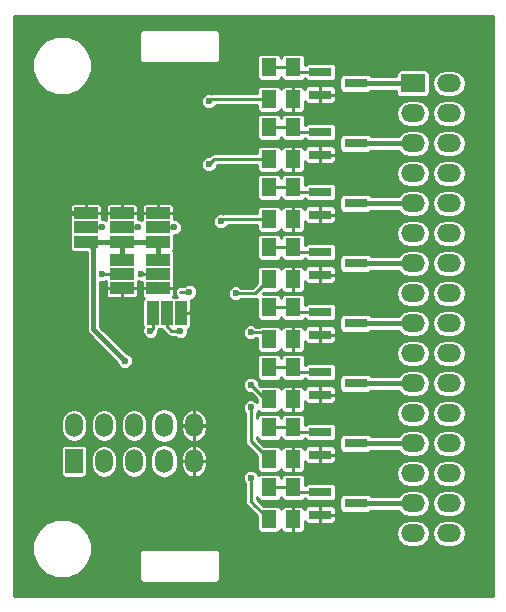
<source format=gbr>
G04 #@! TF.FileFunction,Copper,L1,Top,Signal*
%FSLAX46Y46*%
G04 Gerber Fmt 4.6, Leading zero omitted, Abs format (unit mm)*
G04 Created by KiCad (PCBNEW 4.0.4-stable) date 12/22/16 08:10:22*
%MOMM*%
%LPD*%
G01*
G04 APERTURE LIST*
%ADD10C,0.100000*%
%ADD11O,2.000000X1.500000*%
%ADD12R,2.000000X1.500000*%
%ADD13O,1.500000X2.000000*%
%ADD14R,1.500000X2.000000*%
%ADD15R,2.000000X1.000000*%
%ADD16R,1.000000X2.000000*%
%ADD17R,1.900000X0.800000*%
%ADD18R,1.300000X1.500000*%
%ADD19C,0.600000*%
%ADD20C,1.500000*%
%ADD21C,0.250000*%
%ADD22C,0.400000*%
G04 APERTURE END LIST*
D10*
D11*
X143768000Y-143256000D03*
X146808000Y-143256000D03*
X143768000Y-138176000D03*
X146808000Y-138176000D03*
X146808000Y-140716000D03*
X143768000Y-140716000D03*
X143768000Y-135636000D03*
X146808000Y-135636000D03*
X146808000Y-133096000D03*
X143768000Y-133096000D03*
X143768000Y-130556000D03*
X146808000Y-130556000D03*
X146808000Y-128016000D03*
X143768000Y-128016000D03*
X143768000Y-125476000D03*
X146808000Y-125476000D03*
X146808000Y-122936000D03*
X143768000Y-122936000D03*
X143768000Y-120396000D03*
X146808000Y-120396000D03*
X146808000Y-117856000D03*
X143768000Y-117856000D03*
X143768000Y-115316000D03*
X146808000Y-115316000D03*
X146808000Y-112776000D03*
X143768000Y-112776000D03*
D12*
X143768000Y-105156000D03*
D11*
X146808000Y-105156000D03*
X143768000Y-107696000D03*
X146808000Y-107696000D03*
X143768000Y-110236000D03*
X146808000Y-110236000D03*
D13*
X125222000Y-137156000D03*
X125222000Y-134116000D03*
X122682000Y-134116000D03*
X122682000Y-137156000D03*
D14*
X115062000Y-137156000D03*
D13*
X115062000Y-134116000D03*
X117602000Y-137156000D03*
X117602000Y-134116000D03*
X120142000Y-137156000D03*
X120142000Y-134116000D03*
D15*
X116078000Y-118548000D03*
X116078000Y-117348000D03*
X116078000Y-116148000D03*
X119126000Y-118548000D03*
X119126000Y-117348000D03*
X119126000Y-116148000D03*
X122174000Y-118548000D03*
X122174000Y-117348000D03*
X122174000Y-116148000D03*
X122174000Y-120085000D03*
X122174000Y-121285000D03*
X122174000Y-122485000D03*
X119126000Y-120085000D03*
X119126000Y-121285000D03*
X119126000Y-122485000D03*
D16*
X121736000Y-124587000D03*
X122936000Y-124587000D03*
X124136000Y-124587000D03*
D17*
X135914000Y-104206000D03*
X135914000Y-106106000D03*
X138914000Y-105156000D03*
X135914000Y-109286000D03*
X135914000Y-111186000D03*
X138914000Y-110236000D03*
X135914000Y-114366000D03*
X135914000Y-116266000D03*
X138914000Y-115316000D03*
X135914000Y-119446000D03*
X135914000Y-121346000D03*
X138914000Y-120396000D03*
X135914000Y-124526000D03*
X135914000Y-126426000D03*
X138914000Y-125476000D03*
X135914000Y-129606000D03*
X135914000Y-131506000D03*
X138914000Y-130556000D03*
X135914000Y-134686000D03*
X135914000Y-136586000D03*
X138914000Y-135636000D03*
X135914000Y-139766000D03*
X135914000Y-141666000D03*
X138914000Y-140716000D03*
D18*
X131572000Y-103806000D03*
X131572000Y-106506000D03*
X133604000Y-103806000D03*
X133604000Y-106506000D03*
X131572000Y-108886000D03*
X131572000Y-111586000D03*
X133604000Y-108886000D03*
X133604000Y-111586000D03*
X131572000Y-113966000D03*
X131572000Y-116666000D03*
X133604000Y-113966000D03*
X133604000Y-116666000D03*
X131572000Y-119046000D03*
X131572000Y-121746000D03*
X133604000Y-119046000D03*
X133604000Y-121746000D03*
X131572000Y-124126000D03*
X131572000Y-126826000D03*
X133604000Y-124126000D03*
X133604000Y-126826000D03*
X131572000Y-129206000D03*
X131572000Y-131906000D03*
X133604000Y-129206000D03*
X133604000Y-131906000D03*
X131572000Y-134286000D03*
X131572000Y-136986000D03*
X133604000Y-134286000D03*
X133604000Y-136986000D03*
X131572000Y-139366000D03*
X131572000Y-142066000D03*
X133604000Y-139366000D03*
X133604000Y-142066000D03*
D19*
X124841000Y-122809000D03*
D20*
X129540000Y-124587000D03*
X127508000Y-124587000D03*
X125603000Y-124587000D03*
X116078000Y-108458000D03*
X116078000Y-110363000D03*
X113030000Y-112268000D03*
X113030000Y-116078000D03*
D19*
X121539000Y-126111000D03*
X119380000Y-128651000D03*
X117475000Y-117348000D03*
X120523000Y-117348000D03*
X123571000Y-117348000D03*
X120777000Y-121285000D03*
X117475000Y-121285000D03*
X126492000Y-106680000D03*
X126492000Y-112014000D03*
X127508000Y-116840000D03*
X128778000Y-122936000D03*
X130048000Y-126238000D03*
X130048000Y-130683000D03*
X130048000Y-132588000D03*
X130048000Y-138557000D03*
X124079000Y-126111000D03*
D21*
X124079000Y-122809000D02*
X124841000Y-122809000D01*
D22*
X125603000Y-124587000D02*
X127508000Y-124587000D01*
X116078000Y-116148000D02*
X113030000Y-116078000D01*
X113030000Y-112268000D02*
X116078000Y-110363000D01*
D21*
X121736000Y-125914000D02*
X121736000Y-124587000D01*
X121539000Y-126111000D02*
X121736000Y-125914000D01*
D22*
X119380000Y-128651000D02*
X116713000Y-125984000D01*
X116713000Y-125984000D02*
X116713000Y-119126000D01*
X116713000Y-119126000D02*
X116656000Y-119126000D01*
X116656000Y-119126000D02*
X116078000Y-118548000D01*
X119126000Y-118548000D02*
X119126000Y-120085000D01*
X122174000Y-118548000D02*
X122174000Y-120085000D01*
X122174000Y-118548000D02*
X119126000Y-118548000D01*
X119126000Y-118548000D02*
X116078000Y-118548000D01*
X144018000Y-115316000D02*
X138914000Y-115316000D01*
X144018000Y-105156000D02*
X138914000Y-105156000D01*
X144018000Y-110236000D02*
X138914000Y-110236000D01*
D21*
X116078000Y-117348000D02*
X117475000Y-117348000D01*
X119126000Y-117348000D02*
X120523000Y-117348000D01*
X122174000Y-117348000D02*
X123571000Y-117348000D01*
X122174000Y-121285000D02*
X120777000Y-121285000D01*
X119126000Y-121285000D02*
X117475000Y-121285000D01*
D22*
X144018000Y-140716000D02*
X138914000Y-140716000D01*
X144018000Y-135636000D02*
X138914000Y-135636000D01*
X144018000Y-130556000D02*
X138914000Y-130556000D01*
X144018000Y-125476000D02*
X138914000Y-125476000D01*
X144018000Y-120396000D02*
X138914000Y-120396000D01*
D21*
X131572000Y-106506000D02*
X126666000Y-106506000D01*
X126666000Y-106506000D02*
X126492000Y-106680000D01*
X131572000Y-111586000D02*
X126920000Y-111586000D01*
X126920000Y-111586000D02*
X126492000Y-112014000D01*
X131572000Y-116666000D02*
X127682000Y-116666000D01*
X127682000Y-116666000D02*
X127508000Y-116840000D01*
X131572000Y-121746000D02*
X130382000Y-122936000D01*
X130382000Y-122936000D02*
X128778000Y-122936000D01*
X131572000Y-126826000D02*
X130984000Y-126238000D01*
X130984000Y-126238000D02*
X130048000Y-126238000D01*
X130048000Y-130683000D02*
X131271000Y-131906000D01*
X131271000Y-131906000D02*
X131572000Y-131906000D01*
X131572000Y-136986000D02*
X130048000Y-135462000D01*
X130048000Y-135462000D02*
X130048000Y-132588000D01*
X130325500Y-140819500D02*
X130048000Y-140542000D01*
X130048000Y-140542000D02*
X130048000Y-138557000D01*
X131572000Y-142066000D02*
X130325500Y-140819500D01*
X130325500Y-140819500D02*
X130302000Y-140796000D01*
X122936000Y-125730000D02*
X122936000Y-124587000D01*
X123317000Y-126111000D02*
X122936000Y-125730000D01*
X124079000Y-126111000D02*
X123317000Y-126111000D01*
X133604000Y-103806000D02*
X131572000Y-103806000D01*
X135914000Y-104206000D02*
X134004000Y-104206000D01*
X134004000Y-104206000D02*
X133604000Y-103806000D01*
X133604000Y-108886000D02*
X131572000Y-108886000D01*
X135914000Y-109286000D02*
X134004000Y-109286000D01*
X134004000Y-109286000D02*
X133604000Y-108886000D01*
X133604000Y-113966000D02*
X131572000Y-113966000D01*
X135914000Y-114366000D02*
X134004000Y-114366000D01*
X134004000Y-114366000D02*
X133604000Y-113966000D01*
X133604000Y-119046000D02*
X131572000Y-119046000D01*
X135914000Y-119446000D02*
X134004000Y-119446000D01*
X134004000Y-119446000D02*
X133604000Y-119046000D01*
X133604000Y-124126000D02*
X131572000Y-124126000D01*
X135914000Y-124526000D02*
X134004000Y-124526000D01*
X134004000Y-124526000D02*
X133604000Y-124126000D01*
X133604000Y-129206000D02*
X131572000Y-129206000D01*
X135914000Y-129606000D02*
X134004000Y-129606000D01*
X134004000Y-129606000D02*
X133604000Y-129206000D01*
X133604000Y-134286000D02*
X131572000Y-134286000D01*
X135914000Y-134686000D02*
X134004000Y-134686000D01*
X134004000Y-134686000D02*
X133604000Y-134286000D01*
X133604000Y-139366000D02*
X131572000Y-139366000D01*
X135914000Y-139766000D02*
X134004000Y-139766000D01*
X134004000Y-139766000D02*
X133604000Y-139366000D01*
G36*
X150550000Y-148550000D02*
X109950000Y-148550000D01*
X109950000Y-145026050D01*
X111520562Y-145026050D01*
X111904161Y-145954429D01*
X112613835Y-146665343D01*
X113541543Y-147050561D01*
X114546050Y-147051438D01*
X115474429Y-146667839D01*
X116185343Y-145958165D01*
X116570561Y-145030457D01*
X116570587Y-145000000D01*
X120550000Y-145000000D01*
X120550000Y-147000000D01*
X120584254Y-147172208D01*
X120681802Y-147318198D01*
X120827792Y-147415746D01*
X121000000Y-147450000D01*
X127000000Y-147450000D01*
X127172208Y-147415746D01*
X127318198Y-147318198D01*
X127415746Y-147172208D01*
X127450000Y-147000000D01*
X127450000Y-145000000D01*
X127415746Y-144827792D01*
X127318198Y-144681802D01*
X127172208Y-144584254D01*
X127000000Y-144550000D01*
X121000000Y-144550000D01*
X120827792Y-144584254D01*
X120681802Y-144681802D01*
X120584254Y-144827792D01*
X120550000Y-145000000D01*
X116570587Y-145000000D01*
X116571438Y-144025950D01*
X116253301Y-143256000D01*
X142315083Y-143256000D01*
X142404525Y-143705653D01*
X142659233Y-144086850D01*
X143040430Y-144341558D01*
X143490083Y-144431000D01*
X144045917Y-144431000D01*
X144495570Y-144341558D01*
X144876767Y-144086850D01*
X145131475Y-143705653D01*
X145220917Y-143256000D01*
X145355083Y-143256000D01*
X145444525Y-143705653D01*
X145699233Y-144086850D01*
X146080430Y-144341558D01*
X146530083Y-144431000D01*
X147085917Y-144431000D01*
X147535570Y-144341558D01*
X147916767Y-144086850D01*
X148171475Y-143705653D01*
X148260917Y-143256000D01*
X148171475Y-142806347D01*
X147916767Y-142425150D01*
X147535570Y-142170442D01*
X147085917Y-142081000D01*
X146530083Y-142081000D01*
X146080430Y-142170442D01*
X145699233Y-142425150D01*
X145444525Y-142806347D01*
X145355083Y-143256000D01*
X145220917Y-143256000D01*
X145131475Y-142806347D01*
X144876767Y-142425150D01*
X144495570Y-142170442D01*
X144045917Y-142081000D01*
X143490083Y-142081000D01*
X143040430Y-142170442D01*
X142659233Y-142425150D01*
X142404525Y-142806347D01*
X142315083Y-143256000D01*
X116253301Y-143256000D01*
X116187839Y-143097571D01*
X115478165Y-142386657D01*
X114550457Y-142001439D01*
X113545950Y-142000562D01*
X112617571Y-142384161D01*
X111906657Y-143093835D01*
X111521439Y-144021543D01*
X111520562Y-145026050D01*
X109950000Y-145026050D01*
X109950000Y-138690677D01*
X129372883Y-138690677D01*
X129475429Y-138938857D01*
X129548000Y-139011555D01*
X129548000Y-140542000D01*
X129586060Y-140733342D01*
X129694447Y-140895553D01*
X129971946Y-141173053D01*
X129971949Y-141173055D01*
X130539654Y-141740760D01*
X130539654Y-142816000D01*
X130565802Y-142954966D01*
X130647931Y-143082599D01*
X130773246Y-143168223D01*
X130922000Y-143198346D01*
X132222000Y-143198346D01*
X132360966Y-143172198D01*
X132488599Y-143090069D01*
X132574223Y-142964754D01*
X132585878Y-142907198D01*
X132636090Y-143028420D01*
X132741579Y-143133910D01*
X132879408Y-143191000D01*
X133505250Y-143191000D01*
X133599000Y-143097250D01*
X133599000Y-142071000D01*
X133579000Y-142071000D01*
X133579000Y-142061000D01*
X133599000Y-142061000D01*
X133599000Y-141034750D01*
X133609000Y-141034750D01*
X133609000Y-142061000D01*
X133629000Y-142061000D01*
X133629000Y-142071000D01*
X133609000Y-142071000D01*
X133609000Y-143097250D01*
X133702750Y-143191000D01*
X134328592Y-143191000D01*
X134466421Y-143133910D01*
X134571910Y-143028420D01*
X134629000Y-142890592D01*
X134629000Y-142237162D01*
X134646090Y-142278421D01*
X134751580Y-142383910D01*
X134889408Y-142441000D01*
X135815250Y-142441000D01*
X135909000Y-142347250D01*
X135909000Y-141671000D01*
X135919000Y-141671000D01*
X135919000Y-142347250D01*
X136012750Y-142441000D01*
X136938592Y-142441000D01*
X137076420Y-142383910D01*
X137181910Y-142278421D01*
X137239000Y-142140592D01*
X137239000Y-141764750D01*
X137145250Y-141671000D01*
X135919000Y-141671000D01*
X135909000Y-141671000D01*
X135889000Y-141671000D01*
X135889000Y-141661000D01*
X135909000Y-141661000D01*
X135909000Y-140984750D01*
X135919000Y-140984750D01*
X135919000Y-141661000D01*
X137145250Y-141661000D01*
X137239000Y-141567250D01*
X137239000Y-141191408D01*
X137181910Y-141053579D01*
X137076420Y-140948090D01*
X136938592Y-140891000D01*
X136012750Y-140891000D01*
X135919000Y-140984750D01*
X135909000Y-140984750D01*
X135815250Y-140891000D01*
X134889408Y-140891000D01*
X134751580Y-140948090D01*
X134646090Y-141053579D01*
X134598645Y-141168123D01*
X134571910Y-141103580D01*
X134466421Y-140998090D01*
X134328592Y-140941000D01*
X133702750Y-140941000D01*
X133609000Y-141034750D01*
X133599000Y-141034750D01*
X133505250Y-140941000D01*
X132879408Y-140941000D01*
X132741579Y-140998090D01*
X132636090Y-141103580D01*
X132586778Y-141222631D01*
X132578198Y-141177034D01*
X132496069Y-141049401D01*
X132370754Y-140963777D01*
X132222000Y-140933654D01*
X131146760Y-140933654D01*
X130679055Y-140465949D01*
X130679053Y-140465946D01*
X130548000Y-140334893D01*
X130548000Y-140160356D01*
X130565802Y-140254966D01*
X130647931Y-140382599D01*
X130773246Y-140468223D01*
X130922000Y-140498346D01*
X132222000Y-140498346D01*
X132360966Y-140472198D01*
X132488599Y-140390069D01*
X132574223Y-140264754D01*
X132587400Y-140199683D01*
X132597802Y-140254966D01*
X132679931Y-140382599D01*
X132805246Y-140468223D01*
X132954000Y-140498346D01*
X134254000Y-140498346D01*
X134392966Y-140472198D01*
X134520599Y-140390069D01*
X134601528Y-140271625D01*
X134607802Y-140304966D01*
X134689931Y-140432599D01*
X134815246Y-140518223D01*
X134964000Y-140548346D01*
X136864000Y-140548346D01*
X137002966Y-140522198D01*
X137130599Y-140440069D01*
X137215371Y-140316000D01*
X137530674Y-140316000D01*
X137530674Y-141116000D01*
X137560309Y-141273496D01*
X137653389Y-141418146D01*
X137795412Y-141515186D01*
X137964000Y-141549326D01*
X139864000Y-141549326D01*
X140021496Y-141519691D01*
X140166146Y-141426611D01*
X140224641Y-141341000D01*
X142521688Y-141341000D01*
X142659233Y-141546850D01*
X143040430Y-141801558D01*
X143490083Y-141891000D01*
X144045917Y-141891000D01*
X144495570Y-141801558D01*
X144876767Y-141546850D01*
X145131475Y-141165653D01*
X145220917Y-140716000D01*
X145355083Y-140716000D01*
X145444525Y-141165653D01*
X145699233Y-141546850D01*
X146080430Y-141801558D01*
X146530083Y-141891000D01*
X147085917Y-141891000D01*
X147535570Y-141801558D01*
X147916767Y-141546850D01*
X148171475Y-141165653D01*
X148260917Y-140716000D01*
X148171475Y-140266347D01*
X147916767Y-139885150D01*
X147535570Y-139630442D01*
X147085917Y-139541000D01*
X146530083Y-139541000D01*
X146080430Y-139630442D01*
X145699233Y-139885150D01*
X145444525Y-140266347D01*
X145355083Y-140716000D01*
X145220917Y-140716000D01*
X145131475Y-140266347D01*
X144876767Y-139885150D01*
X144495570Y-139630442D01*
X144045917Y-139541000D01*
X143490083Y-139541000D01*
X143040430Y-139630442D01*
X142659233Y-139885150D01*
X142521688Y-140091000D01*
X140224253Y-140091000D01*
X140174611Y-140013854D01*
X140032588Y-139916814D01*
X139864000Y-139882674D01*
X137964000Y-139882674D01*
X137806504Y-139912309D01*
X137661854Y-140005389D01*
X137564814Y-140147412D01*
X137530674Y-140316000D01*
X137215371Y-140316000D01*
X137216223Y-140314754D01*
X137246346Y-140166000D01*
X137246346Y-139366000D01*
X137220198Y-139227034D01*
X137138069Y-139099401D01*
X137012754Y-139013777D01*
X136864000Y-138983654D01*
X134964000Y-138983654D01*
X134825034Y-139009802D01*
X134697401Y-139091931D01*
X134636346Y-139181288D01*
X134636346Y-138616000D01*
X134610198Y-138477034D01*
X134528069Y-138349401D01*
X134402754Y-138263777D01*
X134254000Y-138233654D01*
X132954000Y-138233654D01*
X132815034Y-138259802D01*
X132687401Y-138341931D01*
X132601777Y-138467246D01*
X132588600Y-138532317D01*
X132578198Y-138477034D01*
X132496069Y-138349401D01*
X132370754Y-138263777D01*
X132222000Y-138233654D01*
X130922000Y-138233654D01*
X130783034Y-138259802D01*
X130682327Y-138324605D01*
X130620926Y-138176000D01*
X142315083Y-138176000D01*
X142404525Y-138625653D01*
X142659233Y-139006850D01*
X143040430Y-139261558D01*
X143490083Y-139351000D01*
X144045917Y-139351000D01*
X144495570Y-139261558D01*
X144876767Y-139006850D01*
X145131475Y-138625653D01*
X145220917Y-138176000D01*
X145355083Y-138176000D01*
X145444525Y-138625653D01*
X145699233Y-139006850D01*
X146080430Y-139261558D01*
X146530083Y-139351000D01*
X147085917Y-139351000D01*
X147535570Y-139261558D01*
X147916767Y-139006850D01*
X148171475Y-138625653D01*
X148260917Y-138176000D01*
X148171475Y-137726347D01*
X147916767Y-137345150D01*
X147535570Y-137090442D01*
X147085917Y-137001000D01*
X146530083Y-137001000D01*
X146080430Y-137090442D01*
X145699233Y-137345150D01*
X145444525Y-137726347D01*
X145355083Y-138176000D01*
X145220917Y-138176000D01*
X145131475Y-137726347D01*
X144876767Y-137345150D01*
X144495570Y-137090442D01*
X144045917Y-137001000D01*
X143490083Y-137001000D01*
X143040430Y-137090442D01*
X142659233Y-137345150D01*
X142404525Y-137726347D01*
X142315083Y-138176000D01*
X130620926Y-138176000D01*
X130620571Y-138175143D01*
X130430856Y-137985097D01*
X130182855Y-137882117D01*
X129914323Y-137881883D01*
X129666143Y-137984429D01*
X129476097Y-138174144D01*
X129373117Y-138422145D01*
X129372883Y-138690677D01*
X109950000Y-138690677D01*
X109950000Y-136156000D01*
X113929654Y-136156000D01*
X113929654Y-138156000D01*
X113955802Y-138294966D01*
X114037931Y-138422599D01*
X114163246Y-138508223D01*
X114312000Y-138538346D01*
X115812000Y-138538346D01*
X115950966Y-138512198D01*
X116078599Y-138430069D01*
X116164223Y-138304754D01*
X116194346Y-138156000D01*
X116194346Y-136879062D01*
X116477000Y-136879062D01*
X116477000Y-137432938D01*
X116562636Y-137863457D01*
X116806505Y-138228433D01*
X117171481Y-138472302D01*
X117602000Y-138557938D01*
X118032519Y-138472302D01*
X118397495Y-138228433D01*
X118641364Y-137863457D01*
X118727000Y-137432938D01*
X118727000Y-136879062D01*
X119017000Y-136879062D01*
X119017000Y-137432938D01*
X119102636Y-137863457D01*
X119346505Y-138228433D01*
X119711481Y-138472302D01*
X120142000Y-138557938D01*
X120572519Y-138472302D01*
X120937495Y-138228433D01*
X121181364Y-137863457D01*
X121267000Y-137432938D01*
X121267000Y-136879062D01*
X121266806Y-136878083D01*
X121507000Y-136878083D01*
X121507000Y-137433917D01*
X121596442Y-137883570D01*
X121851150Y-138264767D01*
X122232347Y-138519475D01*
X122682000Y-138608917D01*
X123131653Y-138519475D01*
X123512850Y-138264767D01*
X123767558Y-137883570D01*
X123857000Y-137433917D01*
X123857000Y-137161000D01*
X124097000Y-137161000D01*
X124097000Y-137411000D01*
X124184549Y-137841138D01*
X124430040Y-138205030D01*
X124796100Y-138447277D01*
X125041075Y-138516356D01*
X125217000Y-138437238D01*
X125217000Y-137161000D01*
X125227000Y-137161000D01*
X125227000Y-138437238D01*
X125402925Y-138516356D01*
X125647900Y-138447277D01*
X126013960Y-138205030D01*
X126259451Y-137841138D01*
X126347000Y-137411000D01*
X126347000Y-137161000D01*
X125227000Y-137161000D01*
X125217000Y-137161000D01*
X124097000Y-137161000D01*
X123857000Y-137161000D01*
X123857000Y-136901000D01*
X124097000Y-136901000D01*
X124097000Y-137151000D01*
X125217000Y-137151000D01*
X125217000Y-135874762D01*
X125227000Y-135874762D01*
X125227000Y-137151000D01*
X126347000Y-137151000D01*
X126347000Y-136901000D01*
X126259451Y-136470862D01*
X126013960Y-136106970D01*
X125647900Y-135864723D01*
X125402925Y-135795644D01*
X125227000Y-135874762D01*
X125217000Y-135874762D01*
X125041075Y-135795644D01*
X124796100Y-135864723D01*
X124430040Y-136106970D01*
X124184549Y-136470862D01*
X124097000Y-136901000D01*
X123857000Y-136901000D01*
X123857000Y-136878083D01*
X123767558Y-136428430D01*
X123512850Y-136047233D01*
X123131653Y-135792525D01*
X122682000Y-135703083D01*
X122232347Y-135792525D01*
X121851150Y-136047233D01*
X121596442Y-136428430D01*
X121507000Y-136878083D01*
X121266806Y-136878083D01*
X121181364Y-136448543D01*
X120937495Y-136083567D01*
X120572519Y-135839698D01*
X120142000Y-135754062D01*
X119711481Y-135839698D01*
X119346505Y-136083567D01*
X119102636Y-136448543D01*
X119017000Y-136879062D01*
X118727000Y-136879062D01*
X118641364Y-136448543D01*
X118397495Y-136083567D01*
X118032519Y-135839698D01*
X117602000Y-135754062D01*
X117171481Y-135839698D01*
X116806505Y-136083567D01*
X116562636Y-136448543D01*
X116477000Y-136879062D01*
X116194346Y-136879062D01*
X116194346Y-136156000D01*
X116168198Y-136017034D01*
X116086069Y-135889401D01*
X115960754Y-135803777D01*
X115812000Y-135773654D01*
X114312000Y-135773654D01*
X114173034Y-135799802D01*
X114045401Y-135881931D01*
X113959777Y-136007246D01*
X113929654Y-136156000D01*
X109950000Y-136156000D01*
X109950000Y-133839062D01*
X113937000Y-133839062D01*
X113937000Y-134392938D01*
X114022636Y-134823457D01*
X114266505Y-135188433D01*
X114631481Y-135432302D01*
X115062000Y-135517938D01*
X115492519Y-135432302D01*
X115857495Y-135188433D01*
X116101364Y-134823457D01*
X116187000Y-134392938D01*
X116187000Y-133839062D01*
X116477000Y-133839062D01*
X116477000Y-134392938D01*
X116562636Y-134823457D01*
X116806505Y-135188433D01*
X117171481Y-135432302D01*
X117602000Y-135517938D01*
X118032519Y-135432302D01*
X118397495Y-135188433D01*
X118641364Y-134823457D01*
X118727000Y-134392938D01*
X118727000Y-133839062D01*
X119017000Y-133839062D01*
X119017000Y-134392938D01*
X119102636Y-134823457D01*
X119346505Y-135188433D01*
X119711481Y-135432302D01*
X120142000Y-135517938D01*
X120572519Y-135432302D01*
X120937495Y-135188433D01*
X121181364Y-134823457D01*
X121267000Y-134392938D01*
X121267000Y-133839062D01*
X121266806Y-133838083D01*
X121507000Y-133838083D01*
X121507000Y-134393917D01*
X121596442Y-134843570D01*
X121851150Y-135224767D01*
X122232347Y-135479475D01*
X122682000Y-135568917D01*
X123131653Y-135479475D01*
X123512850Y-135224767D01*
X123767558Y-134843570D01*
X123857000Y-134393917D01*
X123857000Y-134121000D01*
X124097000Y-134121000D01*
X124097000Y-134371000D01*
X124184549Y-134801138D01*
X124430040Y-135165030D01*
X124796100Y-135407277D01*
X125041075Y-135476356D01*
X125217000Y-135397238D01*
X125217000Y-134121000D01*
X125227000Y-134121000D01*
X125227000Y-135397238D01*
X125402925Y-135476356D01*
X125647900Y-135407277D01*
X126013960Y-135165030D01*
X126259451Y-134801138D01*
X126347000Y-134371000D01*
X126347000Y-134121000D01*
X125227000Y-134121000D01*
X125217000Y-134121000D01*
X124097000Y-134121000D01*
X123857000Y-134121000D01*
X123857000Y-133861000D01*
X124097000Y-133861000D01*
X124097000Y-134111000D01*
X125217000Y-134111000D01*
X125217000Y-132834762D01*
X125227000Y-132834762D01*
X125227000Y-134111000D01*
X126347000Y-134111000D01*
X126347000Y-133861000D01*
X126259451Y-133430862D01*
X126013960Y-133066970D01*
X125647900Y-132824723D01*
X125402925Y-132755644D01*
X125227000Y-132834762D01*
X125217000Y-132834762D01*
X125041075Y-132755644D01*
X124796100Y-132824723D01*
X124430040Y-133066970D01*
X124184549Y-133430862D01*
X124097000Y-133861000D01*
X123857000Y-133861000D01*
X123857000Y-133838083D01*
X123767558Y-133388430D01*
X123512850Y-133007233D01*
X123131653Y-132752525D01*
X122682000Y-132663083D01*
X122232347Y-132752525D01*
X121851150Y-133007233D01*
X121596442Y-133388430D01*
X121507000Y-133838083D01*
X121266806Y-133838083D01*
X121181364Y-133408543D01*
X120937495Y-133043567D01*
X120572519Y-132799698D01*
X120142000Y-132714062D01*
X119711481Y-132799698D01*
X119346505Y-133043567D01*
X119102636Y-133408543D01*
X119017000Y-133839062D01*
X118727000Y-133839062D01*
X118641364Y-133408543D01*
X118397495Y-133043567D01*
X118032519Y-132799698D01*
X117602000Y-132714062D01*
X117171481Y-132799698D01*
X116806505Y-133043567D01*
X116562636Y-133408543D01*
X116477000Y-133839062D01*
X116187000Y-133839062D01*
X116101364Y-133408543D01*
X115857495Y-133043567D01*
X115492519Y-132799698D01*
X115062000Y-132714062D01*
X114631481Y-132799698D01*
X114266505Y-133043567D01*
X114022636Y-133408543D01*
X113937000Y-133839062D01*
X109950000Y-133839062D01*
X109950000Y-130816677D01*
X129372883Y-130816677D01*
X129475429Y-131064857D01*
X129665144Y-131254903D01*
X129913145Y-131357883D01*
X130015866Y-131357973D01*
X130539654Y-131881761D01*
X130539654Y-132125085D01*
X130430856Y-132016097D01*
X130182855Y-131913117D01*
X129914323Y-131912883D01*
X129666143Y-132015429D01*
X129476097Y-132205144D01*
X129373117Y-132453145D01*
X129372883Y-132721677D01*
X129475429Y-132969857D01*
X129548000Y-133042555D01*
X129548000Y-135462000D01*
X129586060Y-135653342D01*
X129694447Y-135815553D01*
X130539654Y-136660761D01*
X130539654Y-137736000D01*
X130565802Y-137874966D01*
X130647931Y-138002599D01*
X130773246Y-138088223D01*
X130922000Y-138118346D01*
X132222000Y-138118346D01*
X132360966Y-138092198D01*
X132488599Y-138010069D01*
X132574223Y-137884754D01*
X132585878Y-137827198D01*
X132636090Y-137948420D01*
X132741579Y-138053910D01*
X132879408Y-138111000D01*
X133505250Y-138111000D01*
X133599000Y-138017250D01*
X133599000Y-136991000D01*
X133579000Y-136991000D01*
X133579000Y-136981000D01*
X133599000Y-136981000D01*
X133599000Y-135954750D01*
X133609000Y-135954750D01*
X133609000Y-136981000D01*
X133629000Y-136981000D01*
X133629000Y-136991000D01*
X133609000Y-136991000D01*
X133609000Y-138017250D01*
X133702750Y-138111000D01*
X134328592Y-138111000D01*
X134466421Y-138053910D01*
X134571910Y-137948420D01*
X134629000Y-137810592D01*
X134629000Y-137157162D01*
X134646090Y-137198421D01*
X134751580Y-137303910D01*
X134889408Y-137361000D01*
X135815250Y-137361000D01*
X135909000Y-137267250D01*
X135909000Y-136591000D01*
X135919000Y-136591000D01*
X135919000Y-137267250D01*
X136012750Y-137361000D01*
X136938592Y-137361000D01*
X137076420Y-137303910D01*
X137181910Y-137198421D01*
X137239000Y-137060592D01*
X137239000Y-136684750D01*
X137145250Y-136591000D01*
X135919000Y-136591000D01*
X135909000Y-136591000D01*
X135889000Y-136591000D01*
X135889000Y-136581000D01*
X135909000Y-136581000D01*
X135909000Y-135904750D01*
X135919000Y-135904750D01*
X135919000Y-136581000D01*
X137145250Y-136581000D01*
X137239000Y-136487250D01*
X137239000Y-136111408D01*
X137181910Y-135973579D01*
X137076420Y-135868090D01*
X136938592Y-135811000D01*
X136012750Y-135811000D01*
X135919000Y-135904750D01*
X135909000Y-135904750D01*
X135815250Y-135811000D01*
X134889408Y-135811000D01*
X134751580Y-135868090D01*
X134646090Y-135973579D01*
X134598645Y-136088123D01*
X134571910Y-136023580D01*
X134466421Y-135918090D01*
X134328592Y-135861000D01*
X133702750Y-135861000D01*
X133609000Y-135954750D01*
X133599000Y-135954750D01*
X133505250Y-135861000D01*
X132879408Y-135861000D01*
X132741579Y-135918090D01*
X132636090Y-136023580D01*
X132586778Y-136142631D01*
X132578198Y-136097034D01*
X132496069Y-135969401D01*
X132370754Y-135883777D01*
X132222000Y-135853654D01*
X131146760Y-135853654D01*
X130548000Y-135254894D01*
X130548000Y-135080356D01*
X130565802Y-135174966D01*
X130647931Y-135302599D01*
X130773246Y-135388223D01*
X130922000Y-135418346D01*
X132222000Y-135418346D01*
X132360966Y-135392198D01*
X132488599Y-135310069D01*
X132574223Y-135184754D01*
X132587400Y-135119683D01*
X132597802Y-135174966D01*
X132679931Y-135302599D01*
X132805246Y-135388223D01*
X132954000Y-135418346D01*
X134254000Y-135418346D01*
X134392966Y-135392198D01*
X134520599Y-135310069D01*
X134601528Y-135191625D01*
X134607802Y-135224966D01*
X134689931Y-135352599D01*
X134815246Y-135438223D01*
X134964000Y-135468346D01*
X136864000Y-135468346D01*
X137002966Y-135442198D01*
X137130599Y-135360069D01*
X137215371Y-135236000D01*
X137530674Y-135236000D01*
X137530674Y-136036000D01*
X137560309Y-136193496D01*
X137653389Y-136338146D01*
X137795412Y-136435186D01*
X137964000Y-136469326D01*
X139864000Y-136469326D01*
X140021496Y-136439691D01*
X140166146Y-136346611D01*
X140224641Y-136261000D01*
X142521688Y-136261000D01*
X142659233Y-136466850D01*
X143040430Y-136721558D01*
X143490083Y-136811000D01*
X144045917Y-136811000D01*
X144495570Y-136721558D01*
X144876767Y-136466850D01*
X145131475Y-136085653D01*
X145220917Y-135636000D01*
X145355083Y-135636000D01*
X145444525Y-136085653D01*
X145699233Y-136466850D01*
X146080430Y-136721558D01*
X146530083Y-136811000D01*
X147085917Y-136811000D01*
X147535570Y-136721558D01*
X147916767Y-136466850D01*
X148171475Y-136085653D01*
X148260917Y-135636000D01*
X148171475Y-135186347D01*
X147916767Y-134805150D01*
X147535570Y-134550442D01*
X147085917Y-134461000D01*
X146530083Y-134461000D01*
X146080430Y-134550442D01*
X145699233Y-134805150D01*
X145444525Y-135186347D01*
X145355083Y-135636000D01*
X145220917Y-135636000D01*
X145131475Y-135186347D01*
X144876767Y-134805150D01*
X144495570Y-134550442D01*
X144045917Y-134461000D01*
X143490083Y-134461000D01*
X143040430Y-134550442D01*
X142659233Y-134805150D01*
X142521688Y-135011000D01*
X140224253Y-135011000D01*
X140174611Y-134933854D01*
X140032588Y-134836814D01*
X139864000Y-134802674D01*
X137964000Y-134802674D01*
X137806504Y-134832309D01*
X137661854Y-134925389D01*
X137564814Y-135067412D01*
X137530674Y-135236000D01*
X137215371Y-135236000D01*
X137216223Y-135234754D01*
X137246346Y-135086000D01*
X137246346Y-134286000D01*
X137220198Y-134147034D01*
X137138069Y-134019401D01*
X137012754Y-133933777D01*
X136864000Y-133903654D01*
X134964000Y-133903654D01*
X134825034Y-133929802D01*
X134697401Y-134011931D01*
X134636346Y-134101288D01*
X134636346Y-133536000D01*
X134610198Y-133397034D01*
X134528069Y-133269401D01*
X134402754Y-133183777D01*
X134254000Y-133153654D01*
X132954000Y-133153654D01*
X132815034Y-133179802D01*
X132687401Y-133261931D01*
X132601777Y-133387246D01*
X132588600Y-133452317D01*
X132578198Y-133397034D01*
X132496069Y-133269401D01*
X132370754Y-133183777D01*
X132222000Y-133153654D01*
X130922000Y-133153654D01*
X130783034Y-133179802D01*
X130655401Y-133261931D01*
X130569777Y-133387246D01*
X130548000Y-133494786D01*
X130548000Y-133096000D01*
X142315083Y-133096000D01*
X142404525Y-133545653D01*
X142659233Y-133926850D01*
X143040430Y-134181558D01*
X143490083Y-134271000D01*
X144045917Y-134271000D01*
X144495570Y-134181558D01*
X144876767Y-133926850D01*
X145131475Y-133545653D01*
X145220917Y-133096000D01*
X145355083Y-133096000D01*
X145444525Y-133545653D01*
X145699233Y-133926850D01*
X146080430Y-134181558D01*
X146530083Y-134271000D01*
X147085917Y-134271000D01*
X147535570Y-134181558D01*
X147916767Y-133926850D01*
X148171475Y-133545653D01*
X148260917Y-133096000D01*
X148171475Y-132646347D01*
X147916767Y-132265150D01*
X147535570Y-132010442D01*
X147085917Y-131921000D01*
X146530083Y-131921000D01*
X146080430Y-132010442D01*
X145699233Y-132265150D01*
X145444525Y-132646347D01*
X145355083Y-133096000D01*
X145220917Y-133096000D01*
X145131475Y-132646347D01*
X144876767Y-132265150D01*
X144495570Y-132010442D01*
X144045917Y-131921000D01*
X143490083Y-131921000D01*
X143040430Y-132010442D01*
X142659233Y-132265150D01*
X142404525Y-132646347D01*
X142315083Y-133096000D01*
X130548000Y-133096000D01*
X130548000Y-133042634D01*
X130619903Y-132970856D01*
X130643075Y-132915052D01*
X130647931Y-132922599D01*
X130773246Y-133008223D01*
X130922000Y-133038346D01*
X132222000Y-133038346D01*
X132360966Y-133012198D01*
X132488599Y-132930069D01*
X132574223Y-132804754D01*
X132585878Y-132747198D01*
X132636090Y-132868420D01*
X132741579Y-132973910D01*
X132879408Y-133031000D01*
X133505250Y-133031000D01*
X133599000Y-132937250D01*
X133599000Y-131911000D01*
X133579000Y-131911000D01*
X133579000Y-131901000D01*
X133599000Y-131901000D01*
X133599000Y-130874750D01*
X133609000Y-130874750D01*
X133609000Y-131901000D01*
X133629000Y-131901000D01*
X133629000Y-131911000D01*
X133609000Y-131911000D01*
X133609000Y-132937250D01*
X133702750Y-133031000D01*
X134328592Y-133031000D01*
X134466421Y-132973910D01*
X134571910Y-132868420D01*
X134629000Y-132730592D01*
X134629000Y-132077162D01*
X134646090Y-132118421D01*
X134751580Y-132223910D01*
X134889408Y-132281000D01*
X135815250Y-132281000D01*
X135909000Y-132187250D01*
X135909000Y-131511000D01*
X135919000Y-131511000D01*
X135919000Y-132187250D01*
X136012750Y-132281000D01*
X136938592Y-132281000D01*
X137076420Y-132223910D01*
X137181910Y-132118421D01*
X137239000Y-131980592D01*
X137239000Y-131604750D01*
X137145250Y-131511000D01*
X135919000Y-131511000D01*
X135909000Y-131511000D01*
X135889000Y-131511000D01*
X135889000Y-131501000D01*
X135909000Y-131501000D01*
X135909000Y-130824750D01*
X135919000Y-130824750D01*
X135919000Y-131501000D01*
X137145250Y-131501000D01*
X137239000Y-131407250D01*
X137239000Y-131031408D01*
X137181910Y-130893579D01*
X137076420Y-130788090D01*
X136938592Y-130731000D01*
X136012750Y-130731000D01*
X135919000Y-130824750D01*
X135909000Y-130824750D01*
X135815250Y-130731000D01*
X134889408Y-130731000D01*
X134751580Y-130788090D01*
X134646090Y-130893579D01*
X134598645Y-131008123D01*
X134571910Y-130943580D01*
X134466421Y-130838090D01*
X134328592Y-130781000D01*
X133702750Y-130781000D01*
X133609000Y-130874750D01*
X133599000Y-130874750D01*
X133505250Y-130781000D01*
X132879408Y-130781000D01*
X132741579Y-130838090D01*
X132636090Y-130943580D01*
X132586778Y-131062631D01*
X132578198Y-131017034D01*
X132496069Y-130889401D01*
X132370754Y-130803777D01*
X132222000Y-130773654D01*
X130922000Y-130773654D01*
X130857834Y-130785728D01*
X130723028Y-130650922D01*
X130723117Y-130549323D01*
X130620571Y-130301143D01*
X130430856Y-130111097D01*
X130182855Y-130008117D01*
X129914323Y-130007883D01*
X129666143Y-130110429D01*
X129476097Y-130300144D01*
X129373117Y-130548145D01*
X129372883Y-130816677D01*
X109950000Y-130816677D01*
X109950000Y-116848000D01*
X114695654Y-116848000D01*
X114695654Y-117848000D01*
X114715161Y-117951671D01*
X114695654Y-118048000D01*
X114695654Y-119048000D01*
X114721802Y-119186966D01*
X114803931Y-119314599D01*
X114929246Y-119400223D01*
X115078000Y-119430346D01*
X116138000Y-119430346D01*
X116138000Y-125984000D01*
X116163262Y-126111000D01*
X116181769Y-126204043D01*
X116306414Y-126390586D01*
X118707966Y-128792139D01*
X118807429Y-129032857D01*
X118997144Y-129222903D01*
X119245145Y-129325883D01*
X119513677Y-129326117D01*
X119761857Y-129223571D01*
X119951903Y-129033856D01*
X120054883Y-128785855D01*
X120055117Y-128517323D01*
X120029779Y-128456000D01*
X130539654Y-128456000D01*
X130539654Y-129956000D01*
X130565802Y-130094966D01*
X130647931Y-130222599D01*
X130773246Y-130308223D01*
X130922000Y-130338346D01*
X132222000Y-130338346D01*
X132360966Y-130312198D01*
X132488599Y-130230069D01*
X132574223Y-130104754D01*
X132587400Y-130039683D01*
X132597802Y-130094966D01*
X132679931Y-130222599D01*
X132805246Y-130308223D01*
X132954000Y-130338346D01*
X134254000Y-130338346D01*
X134392966Y-130312198D01*
X134520599Y-130230069D01*
X134601528Y-130111625D01*
X134607802Y-130144966D01*
X134689931Y-130272599D01*
X134815246Y-130358223D01*
X134964000Y-130388346D01*
X136864000Y-130388346D01*
X137002966Y-130362198D01*
X137130599Y-130280069D01*
X137215371Y-130156000D01*
X137530674Y-130156000D01*
X137530674Y-130956000D01*
X137560309Y-131113496D01*
X137653389Y-131258146D01*
X137795412Y-131355186D01*
X137964000Y-131389326D01*
X139864000Y-131389326D01*
X140021496Y-131359691D01*
X140166146Y-131266611D01*
X140224641Y-131181000D01*
X142521688Y-131181000D01*
X142659233Y-131386850D01*
X143040430Y-131641558D01*
X143490083Y-131731000D01*
X144045917Y-131731000D01*
X144495570Y-131641558D01*
X144876767Y-131386850D01*
X145131475Y-131005653D01*
X145220917Y-130556000D01*
X145355083Y-130556000D01*
X145444525Y-131005653D01*
X145699233Y-131386850D01*
X146080430Y-131641558D01*
X146530083Y-131731000D01*
X147085917Y-131731000D01*
X147535570Y-131641558D01*
X147916767Y-131386850D01*
X148171475Y-131005653D01*
X148260917Y-130556000D01*
X148171475Y-130106347D01*
X147916767Y-129725150D01*
X147535570Y-129470442D01*
X147085917Y-129381000D01*
X146530083Y-129381000D01*
X146080430Y-129470442D01*
X145699233Y-129725150D01*
X145444525Y-130106347D01*
X145355083Y-130556000D01*
X145220917Y-130556000D01*
X145131475Y-130106347D01*
X144876767Y-129725150D01*
X144495570Y-129470442D01*
X144045917Y-129381000D01*
X143490083Y-129381000D01*
X143040430Y-129470442D01*
X142659233Y-129725150D01*
X142521688Y-129931000D01*
X140224253Y-129931000D01*
X140174611Y-129853854D01*
X140032588Y-129756814D01*
X139864000Y-129722674D01*
X137964000Y-129722674D01*
X137806504Y-129752309D01*
X137661854Y-129845389D01*
X137564814Y-129987412D01*
X137530674Y-130156000D01*
X137215371Y-130156000D01*
X137216223Y-130154754D01*
X137246346Y-130006000D01*
X137246346Y-129206000D01*
X137220198Y-129067034D01*
X137138069Y-128939401D01*
X137012754Y-128853777D01*
X136864000Y-128823654D01*
X134964000Y-128823654D01*
X134825034Y-128849802D01*
X134697401Y-128931931D01*
X134636346Y-129021288D01*
X134636346Y-128456000D01*
X134610198Y-128317034D01*
X134528069Y-128189401D01*
X134402754Y-128103777D01*
X134254000Y-128073654D01*
X132954000Y-128073654D01*
X132815034Y-128099802D01*
X132687401Y-128181931D01*
X132601777Y-128307246D01*
X132588600Y-128372317D01*
X132578198Y-128317034D01*
X132496069Y-128189401D01*
X132370754Y-128103777D01*
X132222000Y-128073654D01*
X130922000Y-128073654D01*
X130783034Y-128099802D01*
X130655401Y-128181931D01*
X130569777Y-128307246D01*
X130539654Y-128456000D01*
X120029779Y-128456000D01*
X119952571Y-128269143D01*
X119762856Y-128079097D01*
X119610904Y-128016000D01*
X142315083Y-128016000D01*
X142404525Y-128465653D01*
X142659233Y-128846850D01*
X143040430Y-129101558D01*
X143490083Y-129191000D01*
X144045917Y-129191000D01*
X144495570Y-129101558D01*
X144876767Y-128846850D01*
X145131475Y-128465653D01*
X145220917Y-128016000D01*
X145355083Y-128016000D01*
X145444525Y-128465653D01*
X145699233Y-128846850D01*
X146080430Y-129101558D01*
X146530083Y-129191000D01*
X147085917Y-129191000D01*
X147535570Y-129101558D01*
X147916767Y-128846850D01*
X148171475Y-128465653D01*
X148260917Y-128016000D01*
X148171475Y-127566347D01*
X147916767Y-127185150D01*
X147535570Y-126930442D01*
X147085917Y-126841000D01*
X146530083Y-126841000D01*
X146080430Y-126930442D01*
X145699233Y-127185150D01*
X145444525Y-127566347D01*
X145355083Y-128016000D01*
X145220917Y-128016000D01*
X145131475Y-127566347D01*
X144876767Y-127185150D01*
X144495570Y-126930442D01*
X144045917Y-126841000D01*
X143490083Y-126841000D01*
X143040430Y-126930442D01*
X142659233Y-127185150D01*
X142404525Y-127566347D01*
X142315083Y-128016000D01*
X119610904Y-128016000D01*
X119520729Y-127978556D01*
X117288000Y-125745828D01*
X117288000Y-122583750D01*
X117751000Y-122583750D01*
X117751000Y-123059592D01*
X117808090Y-123197420D01*
X117913579Y-123302910D01*
X118051408Y-123360000D01*
X119027250Y-123360000D01*
X119121000Y-123266250D01*
X119121000Y-122490000D01*
X119131000Y-122490000D01*
X119131000Y-123266250D01*
X119224750Y-123360000D01*
X120200592Y-123360000D01*
X120338421Y-123302910D01*
X120443910Y-123197420D01*
X120501000Y-123059592D01*
X120501000Y-122583750D01*
X120799000Y-122583750D01*
X120799000Y-123059592D01*
X120856090Y-123197420D01*
X120961579Y-123302910D01*
X120975812Y-123308806D01*
X120969401Y-123312931D01*
X120883777Y-123438246D01*
X120853654Y-123587000D01*
X120853654Y-125587000D01*
X120879802Y-125725966D01*
X120933409Y-125809274D01*
X120864117Y-125976145D01*
X120863883Y-126244677D01*
X120966429Y-126492857D01*
X121156144Y-126682903D01*
X121404145Y-126785883D01*
X121672677Y-126786117D01*
X121920857Y-126683571D01*
X122110903Y-126493856D01*
X122213883Y-126245855D01*
X122214076Y-126024220D01*
X122224991Y-125969346D01*
X122236000Y-125969346D01*
X122339671Y-125949839D01*
X122436000Y-125969346D01*
X122506136Y-125969346D01*
X122582447Y-126083553D01*
X122963446Y-126464553D01*
X123108624Y-126561558D01*
X123125658Y-126572940D01*
X123317000Y-126611000D01*
X123624366Y-126611000D01*
X123696144Y-126682903D01*
X123944145Y-126785883D01*
X124212677Y-126786117D01*
X124460857Y-126683571D01*
X124650903Y-126493856D01*
X124701636Y-126371677D01*
X129372883Y-126371677D01*
X129475429Y-126619857D01*
X129665144Y-126809903D01*
X129913145Y-126912883D01*
X130181677Y-126913117D01*
X130429857Y-126810571D01*
X130502555Y-126738000D01*
X130539654Y-126738000D01*
X130539654Y-127576000D01*
X130565802Y-127714966D01*
X130647931Y-127842599D01*
X130773246Y-127928223D01*
X130922000Y-127958346D01*
X132222000Y-127958346D01*
X132360966Y-127932198D01*
X132488599Y-127850069D01*
X132574223Y-127724754D01*
X132585878Y-127667198D01*
X132636090Y-127788420D01*
X132741579Y-127893910D01*
X132879408Y-127951000D01*
X133505250Y-127951000D01*
X133599000Y-127857250D01*
X133599000Y-126831000D01*
X133579000Y-126831000D01*
X133579000Y-126821000D01*
X133599000Y-126821000D01*
X133599000Y-125794750D01*
X133609000Y-125794750D01*
X133609000Y-126821000D01*
X133629000Y-126821000D01*
X133629000Y-126831000D01*
X133609000Y-126831000D01*
X133609000Y-127857250D01*
X133702750Y-127951000D01*
X134328592Y-127951000D01*
X134466421Y-127893910D01*
X134571910Y-127788420D01*
X134629000Y-127650592D01*
X134629000Y-126997162D01*
X134646090Y-127038421D01*
X134751580Y-127143910D01*
X134889408Y-127201000D01*
X135815250Y-127201000D01*
X135909000Y-127107250D01*
X135909000Y-126431000D01*
X135919000Y-126431000D01*
X135919000Y-127107250D01*
X136012750Y-127201000D01*
X136938592Y-127201000D01*
X137076420Y-127143910D01*
X137181910Y-127038421D01*
X137239000Y-126900592D01*
X137239000Y-126524750D01*
X137145250Y-126431000D01*
X135919000Y-126431000D01*
X135909000Y-126431000D01*
X135889000Y-126431000D01*
X135889000Y-126421000D01*
X135909000Y-126421000D01*
X135909000Y-125744750D01*
X135919000Y-125744750D01*
X135919000Y-126421000D01*
X137145250Y-126421000D01*
X137239000Y-126327250D01*
X137239000Y-125951408D01*
X137181910Y-125813579D01*
X137076420Y-125708090D01*
X136938592Y-125651000D01*
X136012750Y-125651000D01*
X135919000Y-125744750D01*
X135909000Y-125744750D01*
X135815250Y-125651000D01*
X134889408Y-125651000D01*
X134751580Y-125708090D01*
X134646090Y-125813579D01*
X134598645Y-125928123D01*
X134571910Y-125863580D01*
X134466421Y-125758090D01*
X134328592Y-125701000D01*
X133702750Y-125701000D01*
X133609000Y-125794750D01*
X133599000Y-125794750D01*
X133505250Y-125701000D01*
X132879408Y-125701000D01*
X132741579Y-125758090D01*
X132636090Y-125863580D01*
X132586778Y-125982631D01*
X132578198Y-125937034D01*
X132496069Y-125809401D01*
X132370754Y-125723777D01*
X132222000Y-125693654D01*
X130922000Y-125693654D01*
X130783034Y-125719802D01*
X130754753Y-125738000D01*
X130502634Y-125738000D01*
X130430856Y-125666097D01*
X130182855Y-125563117D01*
X129914323Y-125562883D01*
X129666143Y-125665429D01*
X129476097Y-125855144D01*
X129373117Y-126103145D01*
X129372883Y-126371677D01*
X124701636Y-126371677D01*
X124753883Y-126245855D01*
X124754117Y-125977323D01*
X124742350Y-125948845D01*
X124848420Y-125904910D01*
X124953910Y-125799421D01*
X125011000Y-125661592D01*
X125011000Y-124685750D01*
X124917250Y-124592000D01*
X124141000Y-124592000D01*
X124141000Y-124612000D01*
X124131000Y-124612000D01*
X124131000Y-124592000D01*
X124111000Y-124592000D01*
X124111000Y-124582000D01*
X124131000Y-124582000D01*
X124131000Y-124562000D01*
X124141000Y-124562000D01*
X124141000Y-124582000D01*
X124917250Y-124582000D01*
X125011000Y-124488250D01*
X125011000Y-123512408D01*
X124995686Y-123475436D01*
X125222857Y-123381571D01*
X125412903Y-123191856D01*
X125463636Y-123069677D01*
X128102883Y-123069677D01*
X128205429Y-123317857D01*
X128395144Y-123507903D01*
X128643145Y-123610883D01*
X128911677Y-123611117D01*
X129159857Y-123508571D01*
X129232555Y-123436000D01*
X130382000Y-123436000D01*
X130539654Y-123404641D01*
X130539654Y-124876000D01*
X130565802Y-125014966D01*
X130647931Y-125142599D01*
X130773246Y-125228223D01*
X130922000Y-125258346D01*
X132222000Y-125258346D01*
X132360966Y-125232198D01*
X132488599Y-125150069D01*
X132574223Y-125024754D01*
X132587400Y-124959683D01*
X132597802Y-125014966D01*
X132679931Y-125142599D01*
X132805246Y-125228223D01*
X132954000Y-125258346D01*
X134254000Y-125258346D01*
X134392966Y-125232198D01*
X134520599Y-125150069D01*
X134601528Y-125031625D01*
X134607802Y-125064966D01*
X134689931Y-125192599D01*
X134815246Y-125278223D01*
X134964000Y-125308346D01*
X136864000Y-125308346D01*
X137002966Y-125282198D01*
X137130599Y-125200069D01*
X137215371Y-125076000D01*
X137530674Y-125076000D01*
X137530674Y-125876000D01*
X137560309Y-126033496D01*
X137653389Y-126178146D01*
X137795412Y-126275186D01*
X137964000Y-126309326D01*
X139864000Y-126309326D01*
X140021496Y-126279691D01*
X140166146Y-126186611D01*
X140224641Y-126101000D01*
X142521688Y-126101000D01*
X142659233Y-126306850D01*
X143040430Y-126561558D01*
X143490083Y-126651000D01*
X144045917Y-126651000D01*
X144495570Y-126561558D01*
X144876767Y-126306850D01*
X145131475Y-125925653D01*
X145220917Y-125476000D01*
X145355083Y-125476000D01*
X145444525Y-125925653D01*
X145699233Y-126306850D01*
X146080430Y-126561558D01*
X146530083Y-126651000D01*
X147085917Y-126651000D01*
X147535570Y-126561558D01*
X147916767Y-126306850D01*
X148171475Y-125925653D01*
X148260917Y-125476000D01*
X148171475Y-125026347D01*
X147916767Y-124645150D01*
X147535570Y-124390442D01*
X147085917Y-124301000D01*
X146530083Y-124301000D01*
X146080430Y-124390442D01*
X145699233Y-124645150D01*
X145444525Y-125026347D01*
X145355083Y-125476000D01*
X145220917Y-125476000D01*
X145131475Y-125026347D01*
X144876767Y-124645150D01*
X144495570Y-124390442D01*
X144045917Y-124301000D01*
X143490083Y-124301000D01*
X143040430Y-124390442D01*
X142659233Y-124645150D01*
X142521688Y-124851000D01*
X140224253Y-124851000D01*
X140174611Y-124773854D01*
X140032588Y-124676814D01*
X139864000Y-124642674D01*
X137964000Y-124642674D01*
X137806504Y-124672309D01*
X137661854Y-124765389D01*
X137564814Y-124907412D01*
X137530674Y-125076000D01*
X137215371Y-125076000D01*
X137216223Y-125074754D01*
X137246346Y-124926000D01*
X137246346Y-124126000D01*
X137220198Y-123987034D01*
X137138069Y-123859401D01*
X137012754Y-123773777D01*
X136864000Y-123743654D01*
X134964000Y-123743654D01*
X134825034Y-123769802D01*
X134697401Y-123851931D01*
X134636346Y-123941288D01*
X134636346Y-123376000D01*
X134610198Y-123237034D01*
X134528069Y-123109401D01*
X134402754Y-123023777D01*
X134254000Y-122993654D01*
X132954000Y-122993654D01*
X132815034Y-123019802D01*
X132687401Y-123101931D01*
X132601777Y-123227246D01*
X132588600Y-123292317D01*
X132578198Y-123237034D01*
X132496069Y-123109401D01*
X132370754Y-123023777D01*
X132222000Y-122993654D01*
X131031452Y-122993654D01*
X131089106Y-122936000D01*
X142315083Y-122936000D01*
X142404525Y-123385653D01*
X142659233Y-123766850D01*
X143040430Y-124021558D01*
X143490083Y-124111000D01*
X144045917Y-124111000D01*
X144495570Y-124021558D01*
X144876767Y-123766850D01*
X145131475Y-123385653D01*
X145220917Y-122936000D01*
X145355083Y-122936000D01*
X145444525Y-123385653D01*
X145699233Y-123766850D01*
X146080430Y-124021558D01*
X146530083Y-124111000D01*
X147085917Y-124111000D01*
X147535570Y-124021558D01*
X147916767Y-123766850D01*
X148171475Y-123385653D01*
X148260917Y-122936000D01*
X148171475Y-122486347D01*
X147916767Y-122105150D01*
X147535570Y-121850442D01*
X147085917Y-121761000D01*
X146530083Y-121761000D01*
X146080430Y-121850442D01*
X145699233Y-122105150D01*
X145444525Y-122486347D01*
X145355083Y-122936000D01*
X145220917Y-122936000D01*
X145131475Y-122486347D01*
X144876767Y-122105150D01*
X144495570Y-121850442D01*
X144045917Y-121761000D01*
X143490083Y-121761000D01*
X143040430Y-121850442D01*
X142659233Y-122105150D01*
X142404525Y-122486347D01*
X142315083Y-122936000D01*
X131089106Y-122936000D01*
X131146760Y-122878346D01*
X132222000Y-122878346D01*
X132360966Y-122852198D01*
X132488599Y-122770069D01*
X132574223Y-122644754D01*
X132585878Y-122587198D01*
X132636090Y-122708420D01*
X132741579Y-122813910D01*
X132879408Y-122871000D01*
X133505250Y-122871000D01*
X133599000Y-122777250D01*
X133599000Y-121751000D01*
X133579000Y-121751000D01*
X133579000Y-121741000D01*
X133599000Y-121741000D01*
X133599000Y-120714750D01*
X133609000Y-120714750D01*
X133609000Y-121741000D01*
X133629000Y-121741000D01*
X133629000Y-121751000D01*
X133609000Y-121751000D01*
X133609000Y-122777250D01*
X133702750Y-122871000D01*
X134328592Y-122871000D01*
X134466421Y-122813910D01*
X134571910Y-122708420D01*
X134629000Y-122570592D01*
X134629000Y-121917162D01*
X134646090Y-121958421D01*
X134751580Y-122063910D01*
X134889408Y-122121000D01*
X135815250Y-122121000D01*
X135909000Y-122027250D01*
X135909000Y-121351000D01*
X135919000Y-121351000D01*
X135919000Y-122027250D01*
X136012750Y-122121000D01*
X136938592Y-122121000D01*
X137076420Y-122063910D01*
X137181910Y-121958421D01*
X137239000Y-121820592D01*
X137239000Y-121444750D01*
X137145250Y-121351000D01*
X135919000Y-121351000D01*
X135909000Y-121351000D01*
X135889000Y-121351000D01*
X135889000Y-121341000D01*
X135909000Y-121341000D01*
X135909000Y-120664750D01*
X135919000Y-120664750D01*
X135919000Y-121341000D01*
X137145250Y-121341000D01*
X137239000Y-121247250D01*
X137239000Y-120871408D01*
X137181910Y-120733579D01*
X137076420Y-120628090D01*
X136938592Y-120571000D01*
X136012750Y-120571000D01*
X135919000Y-120664750D01*
X135909000Y-120664750D01*
X135815250Y-120571000D01*
X134889408Y-120571000D01*
X134751580Y-120628090D01*
X134646090Y-120733579D01*
X134598645Y-120848123D01*
X134571910Y-120783580D01*
X134466421Y-120678090D01*
X134328592Y-120621000D01*
X133702750Y-120621000D01*
X133609000Y-120714750D01*
X133599000Y-120714750D01*
X133505250Y-120621000D01*
X132879408Y-120621000D01*
X132741579Y-120678090D01*
X132636090Y-120783580D01*
X132586778Y-120902631D01*
X132578198Y-120857034D01*
X132496069Y-120729401D01*
X132370754Y-120643777D01*
X132222000Y-120613654D01*
X130922000Y-120613654D01*
X130783034Y-120639802D01*
X130655401Y-120721931D01*
X130569777Y-120847246D01*
X130539654Y-120996000D01*
X130539654Y-122071240D01*
X130174894Y-122436000D01*
X129232634Y-122436000D01*
X129160856Y-122364097D01*
X128912855Y-122261117D01*
X128644323Y-122260883D01*
X128396143Y-122363429D01*
X128206097Y-122553144D01*
X128103117Y-122801145D01*
X128102883Y-123069677D01*
X125463636Y-123069677D01*
X125515883Y-122943855D01*
X125516117Y-122675323D01*
X125413571Y-122427143D01*
X125223856Y-122237097D01*
X124975855Y-122134117D01*
X124707323Y-122133883D01*
X124459143Y-122236429D01*
X124386445Y-122309000D01*
X124079000Y-122309000D01*
X123887658Y-122347060D01*
X123725447Y-122455447D01*
X123617060Y-122617658D01*
X123579000Y-122809000D01*
X123617060Y-123000342D01*
X123725447Y-123162553D01*
X123799449Y-123212000D01*
X123561408Y-123212000D01*
X123532141Y-123224123D01*
X123476479Y-123212851D01*
X123491910Y-123197420D01*
X123549000Y-123059592D01*
X123549000Y-122583750D01*
X123455250Y-122490000D01*
X122179000Y-122490000D01*
X122179000Y-122510000D01*
X122169000Y-122510000D01*
X122169000Y-122490000D01*
X120892750Y-122490000D01*
X120799000Y-122583750D01*
X120501000Y-122583750D01*
X120407250Y-122490000D01*
X119131000Y-122490000D01*
X119121000Y-122490000D01*
X117844750Y-122490000D01*
X117751000Y-122583750D01*
X117288000Y-122583750D01*
X117288000Y-121938230D01*
X117340145Y-121959883D01*
X117608677Y-121960117D01*
X117755547Y-121899432D01*
X117751000Y-121910408D01*
X117751000Y-122386250D01*
X117844750Y-122480000D01*
X119121000Y-122480000D01*
X119121000Y-122460000D01*
X119131000Y-122460000D01*
X119131000Y-122480000D01*
X120407250Y-122480000D01*
X120501000Y-122386250D01*
X120501000Y-121910408D01*
X120496431Y-121899377D01*
X120642145Y-121959883D01*
X120799000Y-121960020D01*
X120799000Y-122386250D01*
X120892750Y-122480000D01*
X122169000Y-122480000D01*
X122169000Y-122460000D01*
X122179000Y-122460000D01*
X122179000Y-122480000D01*
X123455250Y-122480000D01*
X123549000Y-122386250D01*
X123549000Y-121910408D01*
X123536877Y-121881141D01*
X123556346Y-121785000D01*
X123556346Y-120785000D01*
X123536839Y-120681329D01*
X123556346Y-120585000D01*
X123556346Y-119585000D01*
X123530198Y-119446034D01*
X123448069Y-119318401D01*
X123444685Y-119316089D01*
X123526223Y-119196754D01*
X123556346Y-119048000D01*
X123556346Y-118296000D01*
X130539654Y-118296000D01*
X130539654Y-119796000D01*
X130565802Y-119934966D01*
X130647931Y-120062599D01*
X130773246Y-120148223D01*
X130922000Y-120178346D01*
X132222000Y-120178346D01*
X132360966Y-120152198D01*
X132488599Y-120070069D01*
X132574223Y-119944754D01*
X132587400Y-119879683D01*
X132597802Y-119934966D01*
X132679931Y-120062599D01*
X132805246Y-120148223D01*
X132954000Y-120178346D01*
X134254000Y-120178346D01*
X134392966Y-120152198D01*
X134520599Y-120070069D01*
X134601528Y-119951625D01*
X134607802Y-119984966D01*
X134689931Y-120112599D01*
X134815246Y-120198223D01*
X134964000Y-120228346D01*
X136864000Y-120228346D01*
X137002966Y-120202198D01*
X137130599Y-120120069D01*
X137215371Y-119996000D01*
X137530674Y-119996000D01*
X137530674Y-120796000D01*
X137560309Y-120953496D01*
X137653389Y-121098146D01*
X137795412Y-121195186D01*
X137964000Y-121229326D01*
X139864000Y-121229326D01*
X140021496Y-121199691D01*
X140166146Y-121106611D01*
X140224641Y-121021000D01*
X142521688Y-121021000D01*
X142659233Y-121226850D01*
X143040430Y-121481558D01*
X143490083Y-121571000D01*
X144045917Y-121571000D01*
X144495570Y-121481558D01*
X144876767Y-121226850D01*
X145131475Y-120845653D01*
X145220917Y-120396000D01*
X145355083Y-120396000D01*
X145444525Y-120845653D01*
X145699233Y-121226850D01*
X146080430Y-121481558D01*
X146530083Y-121571000D01*
X147085917Y-121571000D01*
X147535570Y-121481558D01*
X147916767Y-121226850D01*
X148171475Y-120845653D01*
X148260917Y-120396000D01*
X148171475Y-119946347D01*
X147916767Y-119565150D01*
X147535570Y-119310442D01*
X147085917Y-119221000D01*
X146530083Y-119221000D01*
X146080430Y-119310442D01*
X145699233Y-119565150D01*
X145444525Y-119946347D01*
X145355083Y-120396000D01*
X145220917Y-120396000D01*
X145131475Y-119946347D01*
X144876767Y-119565150D01*
X144495570Y-119310442D01*
X144045917Y-119221000D01*
X143490083Y-119221000D01*
X143040430Y-119310442D01*
X142659233Y-119565150D01*
X142521688Y-119771000D01*
X140224253Y-119771000D01*
X140174611Y-119693854D01*
X140032588Y-119596814D01*
X139864000Y-119562674D01*
X137964000Y-119562674D01*
X137806504Y-119592309D01*
X137661854Y-119685389D01*
X137564814Y-119827412D01*
X137530674Y-119996000D01*
X137215371Y-119996000D01*
X137216223Y-119994754D01*
X137246346Y-119846000D01*
X137246346Y-119046000D01*
X137220198Y-118907034D01*
X137138069Y-118779401D01*
X137012754Y-118693777D01*
X136864000Y-118663654D01*
X134964000Y-118663654D01*
X134825034Y-118689802D01*
X134697401Y-118771931D01*
X134636346Y-118861288D01*
X134636346Y-118296000D01*
X134610198Y-118157034D01*
X134528069Y-118029401D01*
X134402754Y-117943777D01*
X134254000Y-117913654D01*
X132954000Y-117913654D01*
X132815034Y-117939802D01*
X132687401Y-118021931D01*
X132601777Y-118147246D01*
X132588600Y-118212317D01*
X132578198Y-118157034D01*
X132496069Y-118029401D01*
X132370754Y-117943777D01*
X132222000Y-117913654D01*
X130922000Y-117913654D01*
X130783034Y-117939802D01*
X130655401Y-118021931D01*
X130569777Y-118147246D01*
X130539654Y-118296000D01*
X123556346Y-118296000D01*
X123556346Y-118048000D01*
X123551639Y-118022984D01*
X123704677Y-118023117D01*
X123952857Y-117920571D01*
X124017540Y-117856000D01*
X142315083Y-117856000D01*
X142404525Y-118305653D01*
X142659233Y-118686850D01*
X143040430Y-118941558D01*
X143490083Y-119031000D01*
X144045917Y-119031000D01*
X144495570Y-118941558D01*
X144876767Y-118686850D01*
X145131475Y-118305653D01*
X145220917Y-117856000D01*
X145355083Y-117856000D01*
X145444525Y-118305653D01*
X145699233Y-118686850D01*
X146080430Y-118941558D01*
X146530083Y-119031000D01*
X147085917Y-119031000D01*
X147535570Y-118941558D01*
X147916767Y-118686850D01*
X148171475Y-118305653D01*
X148260917Y-117856000D01*
X148171475Y-117406347D01*
X147916767Y-117025150D01*
X147535570Y-116770442D01*
X147085917Y-116681000D01*
X146530083Y-116681000D01*
X146080430Y-116770442D01*
X145699233Y-117025150D01*
X145444525Y-117406347D01*
X145355083Y-117856000D01*
X145220917Y-117856000D01*
X145131475Y-117406347D01*
X144876767Y-117025150D01*
X144495570Y-116770442D01*
X144045917Y-116681000D01*
X143490083Y-116681000D01*
X143040430Y-116770442D01*
X142659233Y-117025150D01*
X142404525Y-117406347D01*
X142315083Y-117856000D01*
X124017540Y-117856000D01*
X124142903Y-117730856D01*
X124245883Y-117482855D01*
X124246117Y-117214323D01*
X124146684Y-116973677D01*
X126832883Y-116973677D01*
X126935429Y-117221857D01*
X127125144Y-117411903D01*
X127373145Y-117514883D01*
X127641677Y-117515117D01*
X127889857Y-117412571D01*
X128079903Y-117222856D01*
X128103512Y-117166000D01*
X130539654Y-117166000D01*
X130539654Y-117416000D01*
X130565802Y-117554966D01*
X130647931Y-117682599D01*
X130773246Y-117768223D01*
X130922000Y-117798346D01*
X132222000Y-117798346D01*
X132360966Y-117772198D01*
X132488599Y-117690069D01*
X132574223Y-117564754D01*
X132585878Y-117507198D01*
X132636090Y-117628420D01*
X132741579Y-117733910D01*
X132879408Y-117791000D01*
X133505250Y-117791000D01*
X133599000Y-117697250D01*
X133599000Y-116671000D01*
X133579000Y-116671000D01*
X133579000Y-116661000D01*
X133599000Y-116661000D01*
X133599000Y-115634750D01*
X133609000Y-115634750D01*
X133609000Y-116661000D01*
X133629000Y-116661000D01*
X133629000Y-116671000D01*
X133609000Y-116671000D01*
X133609000Y-117697250D01*
X133702750Y-117791000D01*
X134328592Y-117791000D01*
X134466421Y-117733910D01*
X134571910Y-117628420D01*
X134629000Y-117490592D01*
X134629000Y-116837162D01*
X134646090Y-116878421D01*
X134751580Y-116983910D01*
X134889408Y-117041000D01*
X135815250Y-117041000D01*
X135909000Y-116947250D01*
X135909000Y-116271000D01*
X135919000Y-116271000D01*
X135919000Y-116947250D01*
X136012750Y-117041000D01*
X136938592Y-117041000D01*
X137076420Y-116983910D01*
X137181910Y-116878421D01*
X137239000Y-116740592D01*
X137239000Y-116364750D01*
X137145250Y-116271000D01*
X135919000Y-116271000D01*
X135909000Y-116271000D01*
X135889000Y-116271000D01*
X135889000Y-116261000D01*
X135909000Y-116261000D01*
X135909000Y-115584750D01*
X135919000Y-115584750D01*
X135919000Y-116261000D01*
X137145250Y-116261000D01*
X137239000Y-116167250D01*
X137239000Y-115791408D01*
X137181910Y-115653579D01*
X137076420Y-115548090D01*
X136938592Y-115491000D01*
X136012750Y-115491000D01*
X135919000Y-115584750D01*
X135909000Y-115584750D01*
X135815250Y-115491000D01*
X134889408Y-115491000D01*
X134751580Y-115548090D01*
X134646090Y-115653579D01*
X134598645Y-115768123D01*
X134571910Y-115703580D01*
X134466421Y-115598090D01*
X134328592Y-115541000D01*
X133702750Y-115541000D01*
X133609000Y-115634750D01*
X133599000Y-115634750D01*
X133505250Y-115541000D01*
X132879408Y-115541000D01*
X132741579Y-115598090D01*
X132636090Y-115703580D01*
X132586778Y-115822631D01*
X132578198Y-115777034D01*
X132496069Y-115649401D01*
X132370754Y-115563777D01*
X132222000Y-115533654D01*
X130922000Y-115533654D01*
X130783034Y-115559802D01*
X130655401Y-115641931D01*
X130569777Y-115767246D01*
X130539654Y-115916000D01*
X130539654Y-116166000D01*
X127682000Y-116166000D01*
X127656971Y-116170979D01*
X127642855Y-116165117D01*
X127374323Y-116164883D01*
X127126143Y-116267429D01*
X126936097Y-116457144D01*
X126833117Y-116705145D01*
X126832883Y-116973677D01*
X124146684Y-116973677D01*
X124143571Y-116966143D01*
X123953856Y-116776097D01*
X123705855Y-116673117D01*
X123549000Y-116672980D01*
X123549000Y-116246750D01*
X123455250Y-116153000D01*
X122179000Y-116153000D01*
X122179000Y-116173000D01*
X122169000Y-116173000D01*
X122169000Y-116153000D01*
X120892750Y-116153000D01*
X120799000Y-116246750D01*
X120799000Y-116722592D01*
X120803569Y-116733623D01*
X120657855Y-116673117D01*
X120501000Y-116672980D01*
X120501000Y-116246750D01*
X120407250Y-116153000D01*
X119131000Y-116153000D01*
X119131000Y-116173000D01*
X119121000Y-116173000D01*
X119121000Y-116153000D01*
X117844750Y-116153000D01*
X117751000Y-116246750D01*
X117751000Y-116722592D01*
X117755569Y-116733623D01*
X117609855Y-116673117D01*
X117453000Y-116672980D01*
X117453000Y-116246750D01*
X117359250Y-116153000D01*
X116083000Y-116153000D01*
X116083000Y-116173000D01*
X116073000Y-116173000D01*
X116073000Y-116153000D01*
X114796750Y-116153000D01*
X114703000Y-116246750D01*
X114703000Y-116722592D01*
X114715123Y-116751859D01*
X114695654Y-116848000D01*
X109950000Y-116848000D01*
X109950000Y-115573408D01*
X114703000Y-115573408D01*
X114703000Y-116049250D01*
X114796750Y-116143000D01*
X116073000Y-116143000D01*
X116073000Y-115366750D01*
X116083000Y-115366750D01*
X116083000Y-116143000D01*
X117359250Y-116143000D01*
X117453000Y-116049250D01*
X117453000Y-115573408D01*
X117751000Y-115573408D01*
X117751000Y-116049250D01*
X117844750Y-116143000D01*
X119121000Y-116143000D01*
X119121000Y-115366750D01*
X119131000Y-115366750D01*
X119131000Y-116143000D01*
X120407250Y-116143000D01*
X120501000Y-116049250D01*
X120501000Y-115573408D01*
X120799000Y-115573408D01*
X120799000Y-116049250D01*
X120892750Y-116143000D01*
X122169000Y-116143000D01*
X122169000Y-115366750D01*
X122179000Y-115366750D01*
X122179000Y-116143000D01*
X123455250Y-116143000D01*
X123549000Y-116049250D01*
X123549000Y-115573408D01*
X123491910Y-115435580D01*
X123386421Y-115330090D01*
X123248592Y-115273000D01*
X122272750Y-115273000D01*
X122179000Y-115366750D01*
X122169000Y-115366750D01*
X122075250Y-115273000D01*
X121099408Y-115273000D01*
X120961579Y-115330090D01*
X120856090Y-115435580D01*
X120799000Y-115573408D01*
X120501000Y-115573408D01*
X120443910Y-115435580D01*
X120338421Y-115330090D01*
X120200592Y-115273000D01*
X119224750Y-115273000D01*
X119131000Y-115366750D01*
X119121000Y-115366750D01*
X119027250Y-115273000D01*
X118051408Y-115273000D01*
X117913579Y-115330090D01*
X117808090Y-115435580D01*
X117751000Y-115573408D01*
X117453000Y-115573408D01*
X117395910Y-115435580D01*
X117290421Y-115330090D01*
X117152592Y-115273000D01*
X116176750Y-115273000D01*
X116083000Y-115366750D01*
X116073000Y-115366750D01*
X115979250Y-115273000D01*
X115003408Y-115273000D01*
X114865579Y-115330090D01*
X114760090Y-115435580D01*
X114703000Y-115573408D01*
X109950000Y-115573408D01*
X109950000Y-113216000D01*
X130539654Y-113216000D01*
X130539654Y-114716000D01*
X130565802Y-114854966D01*
X130647931Y-114982599D01*
X130773246Y-115068223D01*
X130922000Y-115098346D01*
X132222000Y-115098346D01*
X132360966Y-115072198D01*
X132488599Y-114990069D01*
X132574223Y-114864754D01*
X132587400Y-114799683D01*
X132597802Y-114854966D01*
X132679931Y-114982599D01*
X132805246Y-115068223D01*
X132954000Y-115098346D01*
X134254000Y-115098346D01*
X134392966Y-115072198D01*
X134520599Y-114990069D01*
X134601528Y-114871625D01*
X134607802Y-114904966D01*
X134689931Y-115032599D01*
X134815246Y-115118223D01*
X134964000Y-115148346D01*
X136864000Y-115148346D01*
X137002966Y-115122198D01*
X137130599Y-115040069D01*
X137215371Y-114916000D01*
X137530674Y-114916000D01*
X137530674Y-115716000D01*
X137560309Y-115873496D01*
X137653389Y-116018146D01*
X137795412Y-116115186D01*
X137964000Y-116149326D01*
X139864000Y-116149326D01*
X140021496Y-116119691D01*
X140166146Y-116026611D01*
X140224641Y-115941000D01*
X142521688Y-115941000D01*
X142659233Y-116146850D01*
X143040430Y-116401558D01*
X143490083Y-116491000D01*
X144045917Y-116491000D01*
X144495570Y-116401558D01*
X144876767Y-116146850D01*
X145131475Y-115765653D01*
X145220917Y-115316000D01*
X145355083Y-115316000D01*
X145444525Y-115765653D01*
X145699233Y-116146850D01*
X146080430Y-116401558D01*
X146530083Y-116491000D01*
X147085917Y-116491000D01*
X147535570Y-116401558D01*
X147916767Y-116146850D01*
X148171475Y-115765653D01*
X148260917Y-115316000D01*
X148171475Y-114866347D01*
X147916767Y-114485150D01*
X147535570Y-114230442D01*
X147085917Y-114141000D01*
X146530083Y-114141000D01*
X146080430Y-114230442D01*
X145699233Y-114485150D01*
X145444525Y-114866347D01*
X145355083Y-115316000D01*
X145220917Y-115316000D01*
X145131475Y-114866347D01*
X144876767Y-114485150D01*
X144495570Y-114230442D01*
X144045917Y-114141000D01*
X143490083Y-114141000D01*
X143040430Y-114230442D01*
X142659233Y-114485150D01*
X142521688Y-114691000D01*
X140224253Y-114691000D01*
X140174611Y-114613854D01*
X140032588Y-114516814D01*
X139864000Y-114482674D01*
X137964000Y-114482674D01*
X137806504Y-114512309D01*
X137661854Y-114605389D01*
X137564814Y-114747412D01*
X137530674Y-114916000D01*
X137215371Y-114916000D01*
X137216223Y-114914754D01*
X137246346Y-114766000D01*
X137246346Y-113966000D01*
X137220198Y-113827034D01*
X137138069Y-113699401D01*
X137012754Y-113613777D01*
X136864000Y-113583654D01*
X134964000Y-113583654D01*
X134825034Y-113609802D01*
X134697401Y-113691931D01*
X134636346Y-113781288D01*
X134636346Y-113216000D01*
X134610198Y-113077034D01*
X134528069Y-112949401D01*
X134402754Y-112863777D01*
X134254000Y-112833654D01*
X132954000Y-112833654D01*
X132815034Y-112859802D01*
X132687401Y-112941931D01*
X132601777Y-113067246D01*
X132588600Y-113132317D01*
X132578198Y-113077034D01*
X132496069Y-112949401D01*
X132370754Y-112863777D01*
X132222000Y-112833654D01*
X130922000Y-112833654D01*
X130783034Y-112859802D01*
X130655401Y-112941931D01*
X130569777Y-113067246D01*
X130539654Y-113216000D01*
X109950000Y-113216000D01*
X109950000Y-112776000D01*
X142315083Y-112776000D01*
X142404525Y-113225653D01*
X142659233Y-113606850D01*
X143040430Y-113861558D01*
X143490083Y-113951000D01*
X144045917Y-113951000D01*
X144495570Y-113861558D01*
X144876767Y-113606850D01*
X145131475Y-113225653D01*
X145220917Y-112776000D01*
X145355083Y-112776000D01*
X145444525Y-113225653D01*
X145699233Y-113606850D01*
X146080430Y-113861558D01*
X146530083Y-113951000D01*
X147085917Y-113951000D01*
X147535570Y-113861558D01*
X147916767Y-113606850D01*
X148171475Y-113225653D01*
X148260917Y-112776000D01*
X148171475Y-112326347D01*
X147916767Y-111945150D01*
X147535570Y-111690442D01*
X147085917Y-111601000D01*
X146530083Y-111601000D01*
X146080430Y-111690442D01*
X145699233Y-111945150D01*
X145444525Y-112326347D01*
X145355083Y-112776000D01*
X145220917Y-112776000D01*
X145131475Y-112326347D01*
X144876767Y-111945150D01*
X144495570Y-111690442D01*
X144045917Y-111601000D01*
X143490083Y-111601000D01*
X143040430Y-111690442D01*
X142659233Y-111945150D01*
X142404525Y-112326347D01*
X142315083Y-112776000D01*
X109950000Y-112776000D01*
X109950000Y-112147677D01*
X125816883Y-112147677D01*
X125919429Y-112395857D01*
X126109144Y-112585903D01*
X126357145Y-112688883D01*
X126625677Y-112689117D01*
X126873857Y-112586571D01*
X127063903Y-112396856D01*
X127166883Y-112148855D01*
X127166938Y-112086000D01*
X130539654Y-112086000D01*
X130539654Y-112336000D01*
X130565802Y-112474966D01*
X130647931Y-112602599D01*
X130773246Y-112688223D01*
X130922000Y-112718346D01*
X132222000Y-112718346D01*
X132360966Y-112692198D01*
X132488599Y-112610069D01*
X132574223Y-112484754D01*
X132585878Y-112427198D01*
X132636090Y-112548420D01*
X132741579Y-112653910D01*
X132879408Y-112711000D01*
X133505250Y-112711000D01*
X133599000Y-112617250D01*
X133599000Y-111591000D01*
X133579000Y-111591000D01*
X133579000Y-111581000D01*
X133599000Y-111581000D01*
X133599000Y-110554750D01*
X133609000Y-110554750D01*
X133609000Y-111581000D01*
X133629000Y-111581000D01*
X133629000Y-111591000D01*
X133609000Y-111591000D01*
X133609000Y-112617250D01*
X133702750Y-112711000D01*
X134328592Y-112711000D01*
X134466421Y-112653910D01*
X134571910Y-112548420D01*
X134629000Y-112410592D01*
X134629000Y-111757162D01*
X134646090Y-111798421D01*
X134751580Y-111903910D01*
X134889408Y-111961000D01*
X135815250Y-111961000D01*
X135909000Y-111867250D01*
X135909000Y-111191000D01*
X135919000Y-111191000D01*
X135919000Y-111867250D01*
X136012750Y-111961000D01*
X136938592Y-111961000D01*
X137076420Y-111903910D01*
X137181910Y-111798421D01*
X137239000Y-111660592D01*
X137239000Y-111284750D01*
X137145250Y-111191000D01*
X135919000Y-111191000D01*
X135909000Y-111191000D01*
X135889000Y-111191000D01*
X135889000Y-111181000D01*
X135909000Y-111181000D01*
X135909000Y-110504750D01*
X135919000Y-110504750D01*
X135919000Y-111181000D01*
X137145250Y-111181000D01*
X137239000Y-111087250D01*
X137239000Y-110711408D01*
X137181910Y-110573579D01*
X137076420Y-110468090D01*
X136938592Y-110411000D01*
X136012750Y-110411000D01*
X135919000Y-110504750D01*
X135909000Y-110504750D01*
X135815250Y-110411000D01*
X134889408Y-110411000D01*
X134751580Y-110468090D01*
X134646090Y-110573579D01*
X134598645Y-110688123D01*
X134571910Y-110623580D01*
X134466421Y-110518090D01*
X134328592Y-110461000D01*
X133702750Y-110461000D01*
X133609000Y-110554750D01*
X133599000Y-110554750D01*
X133505250Y-110461000D01*
X132879408Y-110461000D01*
X132741579Y-110518090D01*
X132636090Y-110623580D01*
X132586778Y-110742631D01*
X132578198Y-110697034D01*
X132496069Y-110569401D01*
X132370754Y-110483777D01*
X132222000Y-110453654D01*
X130922000Y-110453654D01*
X130783034Y-110479802D01*
X130655401Y-110561931D01*
X130569777Y-110687246D01*
X130539654Y-110836000D01*
X130539654Y-111086000D01*
X126920000Y-111086000D01*
X126728658Y-111124060D01*
X126566446Y-111232447D01*
X126459922Y-111338972D01*
X126358323Y-111338883D01*
X126110143Y-111441429D01*
X125920097Y-111631144D01*
X125817117Y-111879145D01*
X125816883Y-112147677D01*
X109950000Y-112147677D01*
X109950000Y-108136000D01*
X130539654Y-108136000D01*
X130539654Y-109636000D01*
X130565802Y-109774966D01*
X130647931Y-109902599D01*
X130773246Y-109988223D01*
X130922000Y-110018346D01*
X132222000Y-110018346D01*
X132360966Y-109992198D01*
X132488599Y-109910069D01*
X132574223Y-109784754D01*
X132587400Y-109719683D01*
X132597802Y-109774966D01*
X132679931Y-109902599D01*
X132805246Y-109988223D01*
X132954000Y-110018346D01*
X134254000Y-110018346D01*
X134392966Y-109992198D01*
X134520599Y-109910069D01*
X134601528Y-109791625D01*
X134607802Y-109824966D01*
X134689931Y-109952599D01*
X134815246Y-110038223D01*
X134964000Y-110068346D01*
X136864000Y-110068346D01*
X137002966Y-110042198D01*
X137130599Y-109960069D01*
X137215371Y-109836000D01*
X137530674Y-109836000D01*
X137530674Y-110636000D01*
X137560309Y-110793496D01*
X137653389Y-110938146D01*
X137795412Y-111035186D01*
X137964000Y-111069326D01*
X139864000Y-111069326D01*
X140021496Y-111039691D01*
X140166146Y-110946611D01*
X140224641Y-110861000D01*
X142521688Y-110861000D01*
X142659233Y-111066850D01*
X143040430Y-111321558D01*
X143490083Y-111411000D01*
X144045917Y-111411000D01*
X144495570Y-111321558D01*
X144876767Y-111066850D01*
X145131475Y-110685653D01*
X145220917Y-110236000D01*
X145355083Y-110236000D01*
X145444525Y-110685653D01*
X145699233Y-111066850D01*
X146080430Y-111321558D01*
X146530083Y-111411000D01*
X147085917Y-111411000D01*
X147535570Y-111321558D01*
X147916767Y-111066850D01*
X148171475Y-110685653D01*
X148260917Y-110236000D01*
X148171475Y-109786347D01*
X147916767Y-109405150D01*
X147535570Y-109150442D01*
X147085917Y-109061000D01*
X146530083Y-109061000D01*
X146080430Y-109150442D01*
X145699233Y-109405150D01*
X145444525Y-109786347D01*
X145355083Y-110236000D01*
X145220917Y-110236000D01*
X145131475Y-109786347D01*
X144876767Y-109405150D01*
X144495570Y-109150442D01*
X144045917Y-109061000D01*
X143490083Y-109061000D01*
X143040430Y-109150442D01*
X142659233Y-109405150D01*
X142521688Y-109611000D01*
X140224253Y-109611000D01*
X140174611Y-109533854D01*
X140032588Y-109436814D01*
X139864000Y-109402674D01*
X137964000Y-109402674D01*
X137806504Y-109432309D01*
X137661854Y-109525389D01*
X137564814Y-109667412D01*
X137530674Y-109836000D01*
X137215371Y-109836000D01*
X137216223Y-109834754D01*
X137246346Y-109686000D01*
X137246346Y-108886000D01*
X137220198Y-108747034D01*
X137138069Y-108619401D01*
X137012754Y-108533777D01*
X136864000Y-108503654D01*
X134964000Y-108503654D01*
X134825034Y-108529802D01*
X134697401Y-108611931D01*
X134636346Y-108701288D01*
X134636346Y-108136000D01*
X134610198Y-107997034D01*
X134528069Y-107869401D01*
X134402754Y-107783777D01*
X134254000Y-107753654D01*
X132954000Y-107753654D01*
X132815034Y-107779802D01*
X132687401Y-107861931D01*
X132601777Y-107987246D01*
X132588600Y-108052317D01*
X132578198Y-107997034D01*
X132496069Y-107869401D01*
X132370754Y-107783777D01*
X132222000Y-107753654D01*
X130922000Y-107753654D01*
X130783034Y-107779802D01*
X130655401Y-107861931D01*
X130569777Y-107987246D01*
X130539654Y-108136000D01*
X109950000Y-108136000D01*
X109950000Y-107696000D01*
X142315083Y-107696000D01*
X142404525Y-108145653D01*
X142659233Y-108526850D01*
X143040430Y-108781558D01*
X143490083Y-108871000D01*
X144045917Y-108871000D01*
X144495570Y-108781558D01*
X144876767Y-108526850D01*
X145131475Y-108145653D01*
X145220917Y-107696000D01*
X145355083Y-107696000D01*
X145444525Y-108145653D01*
X145699233Y-108526850D01*
X146080430Y-108781558D01*
X146530083Y-108871000D01*
X147085917Y-108871000D01*
X147535570Y-108781558D01*
X147916767Y-108526850D01*
X148171475Y-108145653D01*
X148260917Y-107696000D01*
X148171475Y-107246347D01*
X147916767Y-106865150D01*
X147535570Y-106610442D01*
X147085917Y-106521000D01*
X146530083Y-106521000D01*
X146080430Y-106610442D01*
X145699233Y-106865150D01*
X145444525Y-107246347D01*
X145355083Y-107696000D01*
X145220917Y-107696000D01*
X145131475Y-107246347D01*
X144876767Y-106865150D01*
X144495570Y-106610442D01*
X144045917Y-106521000D01*
X143490083Y-106521000D01*
X143040430Y-106610442D01*
X142659233Y-106865150D01*
X142404525Y-107246347D01*
X142315083Y-107696000D01*
X109950000Y-107696000D01*
X109950000Y-106813677D01*
X125816883Y-106813677D01*
X125919429Y-107061857D01*
X126109144Y-107251903D01*
X126357145Y-107354883D01*
X126625677Y-107355117D01*
X126873857Y-107252571D01*
X127063903Y-107062856D01*
X127087512Y-107006000D01*
X130539654Y-107006000D01*
X130539654Y-107256000D01*
X130565802Y-107394966D01*
X130647931Y-107522599D01*
X130773246Y-107608223D01*
X130922000Y-107638346D01*
X132222000Y-107638346D01*
X132360966Y-107612198D01*
X132488599Y-107530069D01*
X132574223Y-107404754D01*
X132585878Y-107347198D01*
X132636090Y-107468420D01*
X132741579Y-107573910D01*
X132879408Y-107631000D01*
X133505250Y-107631000D01*
X133599000Y-107537250D01*
X133599000Y-106511000D01*
X133579000Y-106511000D01*
X133579000Y-106501000D01*
X133599000Y-106501000D01*
X133599000Y-105474750D01*
X133609000Y-105474750D01*
X133609000Y-106501000D01*
X133629000Y-106501000D01*
X133629000Y-106511000D01*
X133609000Y-106511000D01*
X133609000Y-107537250D01*
X133702750Y-107631000D01*
X134328592Y-107631000D01*
X134466421Y-107573910D01*
X134571910Y-107468420D01*
X134629000Y-107330592D01*
X134629000Y-106677162D01*
X134646090Y-106718421D01*
X134751580Y-106823910D01*
X134889408Y-106881000D01*
X135815250Y-106881000D01*
X135909000Y-106787250D01*
X135909000Y-106111000D01*
X135919000Y-106111000D01*
X135919000Y-106787250D01*
X136012750Y-106881000D01*
X136938592Y-106881000D01*
X137076420Y-106823910D01*
X137181910Y-106718421D01*
X137239000Y-106580592D01*
X137239000Y-106204750D01*
X137145250Y-106111000D01*
X135919000Y-106111000D01*
X135909000Y-106111000D01*
X135889000Y-106111000D01*
X135889000Y-106101000D01*
X135909000Y-106101000D01*
X135909000Y-105424750D01*
X135919000Y-105424750D01*
X135919000Y-106101000D01*
X137145250Y-106101000D01*
X137239000Y-106007250D01*
X137239000Y-105631408D01*
X137181910Y-105493579D01*
X137076420Y-105388090D01*
X136938592Y-105331000D01*
X136012750Y-105331000D01*
X135919000Y-105424750D01*
X135909000Y-105424750D01*
X135815250Y-105331000D01*
X134889408Y-105331000D01*
X134751580Y-105388090D01*
X134646090Y-105493579D01*
X134598645Y-105608123D01*
X134571910Y-105543580D01*
X134466421Y-105438090D01*
X134328592Y-105381000D01*
X133702750Y-105381000D01*
X133609000Y-105474750D01*
X133599000Y-105474750D01*
X133505250Y-105381000D01*
X132879408Y-105381000D01*
X132741579Y-105438090D01*
X132636090Y-105543580D01*
X132586778Y-105662631D01*
X132578198Y-105617034D01*
X132496069Y-105489401D01*
X132370754Y-105403777D01*
X132222000Y-105373654D01*
X130922000Y-105373654D01*
X130783034Y-105399802D01*
X130655401Y-105481931D01*
X130569777Y-105607246D01*
X130539654Y-105756000D01*
X130539654Y-106006000D01*
X126666000Y-106006000D01*
X126640971Y-106010979D01*
X126626855Y-106005117D01*
X126358323Y-106004883D01*
X126110143Y-106107429D01*
X125920097Y-106297144D01*
X125817117Y-106545145D01*
X125816883Y-106813677D01*
X109950000Y-106813677D01*
X109950000Y-104132050D01*
X111520562Y-104132050D01*
X111904161Y-105060429D01*
X112613835Y-105771343D01*
X113541543Y-106156561D01*
X114546050Y-106157438D01*
X115474429Y-105773839D01*
X116185343Y-105064165D01*
X116570561Y-104136457D01*
X116571438Y-103131950D01*
X116187839Y-102203571D01*
X115478165Y-101492657D01*
X114550457Y-101107439D01*
X113545950Y-101106562D01*
X112617571Y-101490161D01*
X111906657Y-102199835D01*
X111521439Y-103127543D01*
X111520562Y-104132050D01*
X109950000Y-104132050D01*
X109950000Y-101000000D01*
X120550000Y-101000000D01*
X120550000Y-103000000D01*
X120584254Y-103172208D01*
X120681802Y-103318198D01*
X120827792Y-103415746D01*
X121000000Y-103450000D01*
X127000000Y-103450000D01*
X127172208Y-103415746D01*
X127318198Y-103318198D01*
X127415746Y-103172208D01*
X127438861Y-103056000D01*
X130539654Y-103056000D01*
X130539654Y-104556000D01*
X130565802Y-104694966D01*
X130647931Y-104822599D01*
X130773246Y-104908223D01*
X130922000Y-104938346D01*
X132222000Y-104938346D01*
X132360966Y-104912198D01*
X132488599Y-104830069D01*
X132574223Y-104704754D01*
X132587400Y-104639683D01*
X132597802Y-104694966D01*
X132679931Y-104822599D01*
X132805246Y-104908223D01*
X132954000Y-104938346D01*
X134254000Y-104938346D01*
X134392966Y-104912198D01*
X134520599Y-104830069D01*
X134601528Y-104711625D01*
X134607802Y-104744966D01*
X134689931Y-104872599D01*
X134815246Y-104958223D01*
X134964000Y-104988346D01*
X136864000Y-104988346D01*
X137002966Y-104962198D01*
X137130599Y-104880069D01*
X137215371Y-104756000D01*
X137530674Y-104756000D01*
X137530674Y-105556000D01*
X137560309Y-105713496D01*
X137653389Y-105858146D01*
X137795412Y-105955186D01*
X137964000Y-105989326D01*
X139864000Y-105989326D01*
X140021496Y-105959691D01*
X140166146Y-105866611D01*
X140224641Y-105781000D01*
X142334674Y-105781000D01*
X142334674Y-105906000D01*
X142364309Y-106063496D01*
X142457389Y-106208146D01*
X142599412Y-106305186D01*
X142768000Y-106339326D01*
X144768000Y-106339326D01*
X144925496Y-106309691D01*
X145070146Y-106216611D01*
X145167186Y-106074588D01*
X145201326Y-105906000D01*
X145201326Y-105156000D01*
X145355083Y-105156000D01*
X145444525Y-105605653D01*
X145699233Y-105986850D01*
X146080430Y-106241558D01*
X146530083Y-106331000D01*
X147085917Y-106331000D01*
X147535570Y-106241558D01*
X147916767Y-105986850D01*
X148171475Y-105605653D01*
X148260917Y-105156000D01*
X148171475Y-104706347D01*
X147916767Y-104325150D01*
X147535570Y-104070442D01*
X147085917Y-103981000D01*
X146530083Y-103981000D01*
X146080430Y-104070442D01*
X145699233Y-104325150D01*
X145444525Y-104706347D01*
X145355083Y-105156000D01*
X145201326Y-105156000D01*
X145201326Y-104406000D01*
X145171691Y-104248504D01*
X145078611Y-104103854D01*
X144936588Y-104006814D01*
X144768000Y-103972674D01*
X142768000Y-103972674D01*
X142610504Y-104002309D01*
X142465854Y-104095389D01*
X142368814Y-104237412D01*
X142334674Y-104406000D01*
X142334674Y-104531000D01*
X140224253Y-104531000D01*
X140174611Y-104453854D01*
X140032588Y-104356814D01*
X139864000Y-104322674D01*
X137964000Y-104322674D01*
X137806504Y-104352309D01*
X137661854Y-104445389D01*
X137564814Y-104587412D01*
X137530674Y-104756000D01*
X137215371Y-104756000D01*
X137216223Y-104754754D01*
X137246346Y-104606000D01*
X137246346Y-103806000D01*
X137220198Y-103667034D01*
X137138069Y-103539401D01*
X137012754Y-103453777D01*
X136864000Y-103423654D01*
X134964000Y-103423654D01*
X134825034Y-103449802D01*
X134697401Y-103531931D01*
X134636346Y-103621288D01*
X134636346Y-103056000D01*
X134610198Y-102917034D01*
X134528069Y-102789401D01*
X134402754Y-102703777D01*
X134254000Y-102673654D01*
X132954000Y-102673654D01*
X132815034Y-102699802D01*
X132687401Y-102781931D01*
X132601777Y-102907246D01*
X132588600Y-102972317D01*
X132578198Y-102917034D01*
X132496069Y-102789401D01*
X132370754Y-102703777D01*
X132222000Y-102673654D01*
X130922000Y-102673654D01*
X130783034Y-102699802D01*
X130655401Y-102781931D01*
X130569777Y-102907246D01*
X130539654Y-103056000D01*
X127438861Y-103056000D01*
X127450000Y-103000000D01*
X127450000Y-101000000D01*
X127415746Y-100827792D01*
X127318198Y-100681802D01*
X127172208Y-100584254D01*
X127000000Y-100550000D01*
X121000000Y-100550000D01*
X120827792Y-100584254D01*
X120681802Y-100681802D01*
X120584254Y-100827792D01*
X120550000Y-101000000D01*
X109950000Y-101000000D01*
X109950000Y-99450000D01*
X150550000Y-99450000D01*
X150550000Y-148550000D01*
X150550000Y-148550000D01*
G37*
X150550000Y-148550000D02*
X109950000Y-148550000D01*
X109950000Y-145026050D01*
X111520562Y-145026050D01*
X111904161Y-145954429D01*
X112613835Y-146665343D01*
X113541543Y-147050561D01*
X114546050Y-147051438D01*
X115474429Y-146667839D01*
X116185343Y-145958165D01*
X116570561Y-145030457D01*
X116570587Y-145000000D01*
X120550000Y-145000000D01*
X120550000Y-147000000D01*
X120584254Y-147172208D01*
X120681802Y-147318198D01*
X120827792Y-147415746D01*
X121000000Y-147450000D01*
X127000000Y-147450000D01*
X127172208Y-147415746D01*
X127318198Y-147318198D01*
X127415746Y-147172208D01*
X127450000Y-147000000D01*
X127450000Y-145000000D01*
X127415746Y-144827792D01*
X127318198Y-144681802D01*
X127172208Y-144584254D01*
X127000000Y-144550000D01*
X121000000Y-144550000D01*
X120827792Y-144584254D01*
X120681802Y-144681802D01*
X120584254Y-144827792D01*
X120550000Y-145000000D01*
X116570587Y-145000000D01*
X116571438Y-144025950D01*
X116253301Y-143256000D01*
X142315083Y-143256000D01*
X142404525Y-143705653D01*
X142659233Y-144086850D01*
X143040430Y-144341558D01*
X143490083Y-144431000D01*
X144045917Y-144431000D01*
X144495570Y-144341558D01*
X144876767Y-144086850D01*
X145131475Y-143705653D01*
X145220917Y-143256000D01*
X145355083Y-143256000D01*
X145444525Y-143705653D01*
X145699233Y-144086850D01*
X146080430Y-144341558D01*
X146530083Y-144431000D01*
X147085917Y-144431000D01*
X147535570Y-144341558D01*
X147916767Y-144086850D01*
X148171475Y-143705653D01*
X148260917Y-143256000D01*
X148171475Y-142806347D01*
X147916767Y-142425150D01*
X147535570Y-142170442D01*
X147085917Y-142081000D01*
X146530083Y-142081000D01*
X146080430Y-142170442D01*
X145699233Y-142425150D01*
X145444525Y-142806347D01*
X145355083Y-143256000D01*
X145220917Y-143256000D01*
X145131475Y-142806347D01*
X144876767Y-142425150D01*
X144495570Y-142170442D01*
X144045917Y-142081000D01*
X143490083Y-142081000D01*
X143040430Y-142170442D01*
X142659233Y-142425150D01*
X142404525Y-142806347D01*
X142315083Y-143256000D01*
X116253301Y-143256000D01*
X116187839Y-143097571D01*
X115478165Y-142386657D01*
X114550457Y-142001439D01*
X113545950Y-142000562D01*
X112617571Y-142384161D01*
X111906657Y-143093835D01*
X111521439Y-144021543D01*
X111520562Y-145026050D01*
X109950000Y-145026050D01*
X109950000Y-138690677D01*
X129372883Y-138690677D01*
X129475429Y-138938857D01*
X129548000Y-139011555D01*
X129548000Y-140542000D01*
X129586060Y-140733342D01*
X129694447Y-140895553D01*
X129971946Y-141173053D01*
X129971949Y-141173055D01*
X130539654Y-141740760D01*
X130539654Y-142816000D01*
X130565802Y-142954966D01*
X130647931Y-143082599D01*
X130773246Y-143168223D01*
X130922000Y-143198346D01*
X132222000Y-143198346D01*
X132360966Y-143172198D01*
X132488599Y-143090069D01*
X132574223Y-142964754D01*
X132585878Y-142907198D01*
X132636090Y-143028420D01*
X132741579Y-143133910D01*
X132879408Y-143191000D01*
X133505250Y-143191000D01*
X133599000Y-143097250D01*
X133599000Y-142071000D01*
X133579000Y-142071000D01*
X133579000Y-142061000D01*
X133599000Y-142061000D01*
X133599000Y-141034750D01*
X133609000Y-141034750D01*
X133609000Y-142061000D01*
X133629000Y-142061000D01*
X133629000Y-142071000D01*
X133609000Y-142071000D01*
X133609000Y-143097250D01*
X133702750Y-143191000D01*
X134328592Y-143191000D01*
X134466421Y-143133910D01*
X134571910Y-143028420D01*
X134629000Y-142890592D01*
X134629000Y-142237162D01*
X134646090Y-142278421D01*
X134751580Y-142383910D01*
X134889408Y-142441000D01*
X135815250Y-142441000D01*
X135909000Y-142347250D01*
X135909000Y-141671000D01*
X135919000Y-141671000D01*
X135919000Y-142347250D01*
X136012750Y-142441000D01*
X136938592Y-142441000D01*
X137076420Y-142383910D01*
X137181910Y-142278421D01*
X137239000Y-142140592D01*
X137239000Y-141764750D01*
X137145250Y-141671000D01*
X135919000Y-141671000D01*
X135909000Y-141671000D01*
X135889000Y-141671000D01*
X135889000Y-141661000D01*
X135909000Y-141661000D01*
X135909000Y-140984750D01*
X135919000Y-140984750D01*
X135919000Y-141661000D01*
X137145250Y-141661000D01*
X137239000Y-141567250D01*
X137239000Y-141191408D01*
X137181910Y-141053579D01*
X137076420Y-140948090D01*
X136938592Y-140891000D01*
X136012750Y-140891000D01*
X135919000Y-140984750D01*
X135909000Y-140984750D01*
X135815250Y-140891000D01*
X134889408Y-140891000D01*
X134751580Y-140948090D01*
X134646090Y-141053579D01*
X134598645Y-141168123D01*
X134571910Y-141103580D01*
X134466421Y-140998090D01*
X134328592Y-140941000D01*
X133702750Y-140941000D01*
X133609000Y-141034750D01*
X133599000Y-141034750D01*
X133505250Y-140941000D01*
X132879408Y-140941000D01*
X132741579Y-140998090D01*
X132636090Y-141103580D01*
X132586778Y-141222631D01*
X132578198Y-141177034D01*
X132496069Y-141049401D01*
X132370754Y-140963777D01*
X132222000Y-140933654D01*
X131146760Y-140933654D01*
X130679055Y-140465949D01*
X130679053Y-140465946D01*
X130548000Y-140334893D01*
X130548000Y-140160356D01*
X130565802Y-140254966D01*
X130647931Y-140382599D01*
X130773246Y-140468223D01*
X130922000Y-140498346D01*
X132222000Y-140498346D01*
X132360966Y-140472198D01*
X132488599Y-140390069D01*
X132574223Y-140264754D01*
X132587400Y-140199683D01*
X132597802Y-140254966D01*
X132679931Y-140382599D01*
X132805246Y-140468223D01*
X132954000Y-140498346D01*
X134254000Y-140498346D01*
X134392966Y-140472198D01*
X134520599Y-140390069D01*
X134601528Y-140271625D01*
X134607802Y-140304966D01*
X134689931Y-140432599D01*
X134815246Y-140518223D01*
X134964000Y-140548346D01*
X136864000Y-140548346D01*
X137002966Y-140522198D01*
X137130599Y-140440069D01*
X137215371Y-140316000D01*
X137530674Y-140316000D01*
X137530674Y-141116000D01*
X137560309Y-141273496D01*
X137653389Y-141418146D01*
X137795412Y-141515186D01*
X137964000Y-141549326D01*
X139864000Y-141549326D01*
X140021496Y-141519691D01*
X140166146Y-141426611D01*
X140224641Y-141341000D01*
X142521688Y-141341000D01*
X142659233Y-141546850D01*
X143040430Y-141801558D01*
X143490083Y-141891000D01*
X144045917Y-141891000D01*
X144495570Y-141801558D01*
X144876767Y-141546850D01*
X145131475Y-141165653D01*
X145220917Y-140716000D01*
X145355083Y-140716000D01*
X145444525Y-141165653D01*
X145699233Y-141546850D01*
X146080430Y-141801558D01*
X146530083Y-141891000D01*
X147085917Y-141891000D01*
X147535570Y-141801558D01*
X147916767Y-141546850D01*
X148171475Y-141165653D01*
X148260917Y-140716000D01*
X148171475Y-140266347D01*
X147916767Y-139885150D01*
X147535570Y-139630442D01*
X147085917Y-139541000D01*
X146530083Y-139541000D01*
X146080430Y-139630442D01*
X145699233Y-139885150D01*
X145444525Y-140266347D01*
X145355083Y-140716000D01*
X145220917Y-140716000D01*
X145131475Y-140266347D01*
X144876767Y-139885150D01*
X144495570Y-139630442D01*
X144045917Y-139541000D01*
X143490083Y-139541000D01*
X143040430Y-139630442D01*
X142659233Y-139885150D01*
X142521688Y-140091000D01*
X140224253Y-140091000D01*
X140174611Y-140013854D01*
X140032588Y-139916814D01*
X139864000Y-139882674D01*
X137964000Y-139882674D01*
X137806504Y-139912309D01*
X137661854Y-140005389D01*
X137564814Y-140147412D01*
X137530674Y-140316000D01*
X137215371Y-140316000D01*
X137216223Y-140314754D01*
X137246346Y-140166000D01*
X137246346Y-139366000D01*
X137220198Y-139227034D01*
X137138069Y-139099401D01*
X137012754Y-139013777D01*
X136864000Y-138983654D01*
X134964000Y-138983654D01*
X134825034Y-139009802D01*
X134697401Y-139091931D01*
X134636346Y-139181288D01*
X134636346Y-138616000D01*
X134610198Y-138477034D01*
X134528069Y-138349401D01*
X134402754Y-138263777D01*
X134254000Y-138233654D01*
X132954000Y-138233654D01*
X132815034Y-138259802D01*
X132687401Y-138341931D01*
X132601777Y-138467246D01*
X132588600Y-138532317D01*
X132578198Y-138477034D01*
X132496069Y-138349401D01*
X132370754Y-138263777D01*
X132222000Y-138233654D01*
X130922000Y-138233654D01*
X130783034Y-138259802D01*
X130682327Y-138324605D01*
X130620926Y-138176000D01*
X142315083Y-138176000D01*
X142404525Y-138625653D01*
X142659233Y-139006850D01*
X143040430Y-139261558D01*
X143490083Y-139351000D01*
X144045917Y-139351000D01*
X144495570Y-139261558D01*
X144876767Y-139006850D01*
X145131475Y-138625653D01*
X145220917Y-138176000D01*
X145355083Y-138176000D01*
X145444525Y-138625653D01*
X145699233Y-139006850D01*
X146080430Y-139261558D01*
X146530083Y-139351000D01*
X147085917Y-139351000D01*
X147535570Y-139261558D01*
X147916767Y-139006850D01*
X148171475Y-138625653D01*
X148260917Y-138176000D01*
X148171475Y-137726347D01*
X147916767Y-137345150D01*
X147535570Y-137090442D01*
X147085917Y-137001000D01*
X146530083Y-137001000D01*
X146080430Y-137090442D01*
X145699233Y-137345150D01*
X145444525Y-137726347D01*
X145355083Y-138176000D01*
X145220917Y-138176000D01*
X145131475Y-137726347D01*
X144876767Y-137345150D01*
X144495570Y-137090442D01*
X144045917Y-137001000D01*
X143490083Y-137001000D01*
X143040430Y-137090442D01*
X142659233Y-137345150D01*
X142404525Y-137726347D01*
X142315083Y-138176000D01*
X130620926Y-138176000D01*
X130620571Y-138175143D01*
X130430856Y-137985097D01*
X130182855Y-137882117D01*
X129914323Y-137881883D01*
X129666143Y-137984429D01*
X129476097Y-138174144D01*
X129373117Y-138422145D01*
X129372883Y-138690677D01*
X109950000Y-138690677D01*
X109950000Y-136156000D01*
X113929654Y-136156000D01*
X113929654Y-138156000D01*
X113955802Y-138294966D01*
X114037931Y-138422599D01*
X114163246Y-138508223D01*
X114312000Y-138538346D01*
X115812000Y-138538346D01*
X115950966Y-138512198D01*
X116078599Y-138430069D01*
X116164223Y-138304754D01*
X116194346Y-138156000D01*
X116194346Y-136879062D01*
X116477000Y-136879062D01*
X116477000Y-137432938D01*
X116562636Y-137863457D01*
X116806505Y-138228433D01*
X117171481Y-138472302D01*
X117602000Y-138557938D01*
X118032519Y-138472302D01*
X118397495Y-138228433D01*
X118641364Y-137863457D01*
X118727000Y-137432938D01*
X118727000Y-136879062D01*
X119017000Y-136879062D01*
X119017000Y-137432938D01*
X119102636Y-137863457D01*
X119346505Y-138228433D01*
X119711481Y-138472302D01*
X120142000Y-138557938D01*
X120572519Y-138472302D01*
X120937495Y-138228433D01*
X121181364Y-137863457D01*
X121267000Y-137432938D01*
X121267000Y-136879062D01*
X121266806Y-136878083D01*
X121507000Y-136878083D01*
X121507000Y-137433917D01*
X121596442Y-137883570D01*
X121851150Y-138264767D01*
X122232347Y-138519475D01*
X122682000Y-138608917D01*
X123131653Y-138519475D01*
X123512850Y-138264767D01*
X123767558Y-137883570D01*
X123857000Y-137433917D01*
X123857000Y-137161000D01*
X124097000Y-137161000D01*
X124097000Y-137411000D01*
X124184549Y-137841138D01*
X124430040Y-138205030D01*
X124796100Y-138447277D01*
X125041075Y-138516356D01*
X125217000Y-138437238D01*
X125217000Y-137161000D01*
X125227000Y-137161000D01*
X125227000Y-138437238D01*
X125402925Y-138516356D01*
X125647900Y-138447277D01*
X126013960Y-138205030D01*
X126259451Y-137841138D01*
X126347000Y-137411000D01*
X126347000Y-137161000D01*
X125227000Y-137161000D01*
X125217000Y-137161000D01*
X124097000Y-137161000D01*
X123857000Y-137161000D01*
X123857000Y-136901000D01*
X124097000Y-136901000D01*
X124097000Y-137151000D01*
X125217000Y-137151000D01*
X125217000Y-135874762D01*
X125227000Y-135874762D01*
X125227000Y-137151000D01*
X126347000Y-137151000D01*
X126347000Y-136901000D01*
X126259451Y-136470862D01*
X126013960Y-136106970D01*
X125647900Y-135864723D01*
X125402925Y-135795644D01*
X125227000Y-135874762D01*
X125217000Y-135874762D01*
X125041075Y-135795644D01*
X124796100Y-135864723D01*
X124430040Y-136106970D01*
X124184549Y-136470862D01*
X124097000Y-136901000D01*
X123857000Y-136901000D01*
X123857000Y-136878083D01*
X123767558Y-136428430D01*
X123512850Y-136047233D01*
X123131653Y-135792525D01*
X122682000Y-135703083D01*
X122232347Y-135792525D01*
X121851150Y-136047233D01*
X121596442Y-136428430D01*
X121507000Y-136878083D01*
X121266806Y-136878083D01*
X121181364Y-136448543D01*
X120937495Y-136083567D01*
X120572519Y-135839698D01*
X120142000Y-135754062D01*
X119711481Y-135839698D01*
X119346505Y-136083567D01*
X119102636Y-136448543D01*
X119017000Y-136879062D01*
X118727000Y-136879062D01*
X118641364Y-136448543D01*
X118397495Y-136083567D01*
X118032519Y-135839698D01*
X117602000Y-135754062D01*
X117171481Y-135839698D01*
X116806505Y-136083567D01*
X116562636Y-136448543D01*
X116477000Y-136879062D01*
X116194346Y-136879062D01*
X116194346Y-136156000D01*
X116168198Y-136017034D01*
X116086069Y-135889401D01*
X115960754Y-135803777D01*
X115812000Y-135773654D01*
X114312000Y-135773654D01*
X114173034Y-135799802D01*
X114045401Y-135881931D01*
X113959777Y-136007246D01*
X113929654Y-136156000D01*
X109950000Y-136156000D01*
X109950000Y-133839062D01*
X113937000Y-133839062D01*
X113937000Y-134392938D01*
X114022636Y-134823457D01*
X114266505Y-135188433D01*
X114631481Y-135432302D01*
X115062000Y-135517938D01*
X115492519Y-135432302D01*
X115857495Y-135188433D01*
X116101364Y-134823457D01*
X116187000Y-134392938D01*
X116187000Y-133839062D01*
X116477000Y-133839062D01*
X116477000Y-134392938D01*
X116562636Y-134823457D01*
X116806505Y-135188433D01*
X117171481Y-135432302D01*
X117602000Y-135517938D01*
X118032519Y-135432302D01*
X118397495Y-135188433D01*
X118641364Y-134823457D01*
X118727000Y-134392938D01*
X118727000Y-133839062D01*
X119017000Y-133839062D01*
X119017000Y-134392938D01*
X119102636Y-134823457D01*
X119346505Y-135188433D01*
X119711481Y-135432302D01*
X120142000Y-135517938D01*
X120572519Y-135432302D01*
X120937495Y-135188433D01*
X121181364Y-134823457D01*
X121267000Y-134392938D01*
X121267000Y-133839062D01*
X121266806Y-133838083D01*
X121507000Y-133838083D01*
X121507000Y-134393917D01*
X121596442Y-134843570D01*
X121851150Y-135224767D01*
X122232347Y-135479475D01*
X122682000Y-135568917D01*
X123131653Y-135479475D01*
X123512850Y-135224767D01*
X123767558Y-134843570D01*
X123857000Y-134393917D01*
X123857000Y-134121000D01*
X124097000Y-134121000D01*
X124097000Y-134371000D01*
X124184549Y-134801138D01*
X124430040Y-135165030D01*
X124796100Y-135407277D01*
X125041075Y-135476356D01*
X125217000Y-135397238D01*
X125217000Y-134121000D01*
X125227000Y-134121000D01*
X125227000Y-135397238D01*
X125402925Y-135476356D01*
X125647900Y-135407277D01*
X126013960Y-135165030D01*
X126259451Y-134801138D01*
X126347000Y-134371000D01*
X126347000Y-134121000D01*
X125227000Y-134121000D01*
X125217000Y-134121000D01*
X124097000Y-134121000D01*
X123857000Y-134121000D01*
X123857000Y-133861000D01*
X124097000Y-133861000D01*
X124097000Y-134111000D01*
X125217000Y-134111000D01*
X125217000Y-132834762D01*
X125227000Y-132834762D01*
X125227000Y-134111000D01*
X126347000Y-134111000D01*
X126347000Y-133861000D01*
X126259451Y-133430862D01*
X126013960Y-133066970D01*
X125647900Y-132824723D01*
X125402925Y-132755644D01*
X125227000Y-132834762D01*
X125217000Y-132834762D01*
X125041075Y-132755644D01*
X124796100Y-132824723D01*
X124430040Y-133066970D01*
X124184549Y-133430862D01*
X124097000Y-133861000D01*
X123857000Y-133861000D01*
X123857000Y-133838083D01*
X123767558Y-133388430D01*
X123512850Y-133007233D01*
X123131653Y-132752525D01*
X122682000Y-132663083D01*
X122232347Y-132752525D01*
X121851150Y-133007233D01*
X121596442Y-133388430D01*
X121507000Y-133838083D01*
X121266806Y-133838083D01*
X121181364Y-133408543D01*
X120937495Y-133043567D01*
X120572519Y-132799698D01*
X120142000Y-132714062D01*
X119711481Y-132799698D01*
X119346505Y-133043567D01*
X119102636Y-133408543D01*
X119017000Y-133839062D01*
X118727000Y-133839062D01*
X118641364Y-133408543D01*
X118397495Y-133043567D01*
X118032519Y-132799698D01*
X117602000Y-132714062D01*
X117171481Y-132799698D01*
X116806505Y-133043567D01*
X116562636Y-133408543D01*
X116477000Y-133839062D01*
X116187000Y-133839062D01*
X116101364Y-133408543D01*
X115857495Y-133043567D01*
X115492519Y-132799698D01*
X115062000Y-132714062D01*
X114631481Y-132799698D01*
X114266505Y-133043567D01*
X114022636Y-133408543D01*
X113937000Y-133839062D01*
X109950000Y-133839062D01*
X109950000Y-130816677D01*
X129372883Y-130816677D01*
X129475429Y-131064857D01*
X129665144Y-131254903D01*
X129913145Y-131357883D01*
X130015866Y-131357973D01*
X130539654Y-131881761D01*
X130539654Y-132125085D01*
X130430856Y-132016097D01*
X130182855Y-131913117D01*
X129914323Y-131912883D01*
X129666143Y-132015429D01*
X129476097Y-132205144D01*
X129373117Y-132453145D01*
X129372883Y-132721677D01*
X129475429Y-132969857D01*
X129548000Y-133042555D01*
X129548000Y-135462000D01*
X129586060Y-135653342D01*
X129694447Y-135815553D01*
X130539654Y-136660761D01*
X130539654Y-137736000D01*
X130565802Y-137874966D01*
X130647931Y-138002599D01*
X130773246Y-138088223D01*
X130922000Y-138118346D01*
X132222000Y-138118346D01*
X132360966Y-138092198D01*
X132488599Y-138010069D01*
X132574223Y-137884754D01*
X132585878Y-137827198D01*
X132636090Y-137948420D01*
X132741579Y-138053910D01*
X132879408Y-138111000D01*
X133505250Y-138111000D01*
X133599000Y-138017250D01*
X133599000Y-136991000D01*
X133579000Y-136991000D01*
X133579000Y-136981000D01*
X133599000Y-136981000D01*
X133599000Y-135954750D01*
X133609000Y-135954750D01*
X133609000Y-136981000D01*
X133629000Y-136981000D01*
X133629000Y-136991000D01*
X133609000Y-136991000D01*
X133609000Y-138017250D01*
X133702750Y-138111000D01*
X134328592Y-138111000D01*
X134466421Y-138053910D01*
X134571910Y-137948420D01*
X134629000Y-137810592D01*
X134629000Y-137157162D01*
X134646090Y-137198421D01*
X134751580Y-137303910D01*
X134889408Y-137361000D01*
X135815250Y-137361000D01*
X135909000Y-137267250D01*
X135909000Y-136591000D01*
X135919000Y-136591000D01*
X135919000Y-137267250D01*
X136012750Y-137361000D01*
X136938592Y-137361000D01*
X137076420Y-137303910D01*
X137181910Y-137198421D01*
X137239000Y-137060592D01*
X137239000Y-136684750D01*
X137145250Y-136591000D01*
X135919000Y-136591000D01*
X135909000Y-136591000D01*
X135889000Y-136591000D01*
X135889000Y-136581000D01*
X135909000Y-136581000D01*
X135909000Y-135904750D01*
X135919000Y-135904750D01*
X135919000Y-136581000D01*
X137145250Y-136581000D01*
X137239000Y-136487250D01*
X137239000Y-136111408D01*
X137181910Y-135973579D01*
X137076420Y-135868090D01*
X136938592Y-135811000D01*
X136012750Y-135811000D01*
X135919000Y-135904750D01*
X135909000Y-135904750D01*
X135815250Y-135811000D01*
X134889408Y-135811000D01*
X134751580Y-135868090D01*
X134646090Y-135973579D01*
X134598645Y-136088123D01*
X134571910Y-136023580D01*
X134466421Y-135918090D01*
X134328592Y-135861000D01*
X133702750Y-135861000D01*
X133609000Y-135954750D01*
X133599000Y-135954750D01*
X133505250Y-135861000D01*
X132879408Y-135861000D01*
X132741579Y-135918090D01*
X132636090Y-136023580D01*
X132586778Y-136142631D01*
X132578198Y-136097034D01*
X132496069Y-135969401D01*
X132370754Y-135883777D01*
X132222000Y-135853654D01*
X131146760Y-135853654D01*
X130548000Y-135254894D01*
X130548000Y-135080356D01*
X130565802Y-135174966D01*
X130647931Y-135302599D01*
X130773246Y-135388223D01*
X130922000Y-135418346D01*
X132222000Y-135418346D01*
X132360966Y-135392198D01*
X132488599Y-135310069D01*
X132574223Y-135184754D01*
X132587400Y-135119683D01*
X132597802Y-135174966D01*
X132679931Y-135302599D01*
X132805246Y-135388223D01*
X132954000Y-135418346D01*
X134254000Y-135418346D01*
X134392966Y-135392198D01*
X134520599Y-135310069D01*
X134601528Y-135191625D01*
X134607802Y-135224966D01*
X134689931Y-135352599D01*
X134815246Y-135438223D01*
X134964000Y-135468346D01*
X136864000Y-135468346D01*
X137002966Y-135442198D01*
X137130599Y-135360069D01*
X137215371Y-135236000D01*
X137530674Y-135236000D01*
X137530674Y-136036000D01*
X137560309Y-136193496D01*
X137653389Y-136338146D01*
X137795412Y-136435186D01*
X137964000Y-136469326D01*
X139864000Y-136469326D01*
X140021496Y-136439691D01*
X140166146Y-136346611D01*
X140224641Y-136261000D01*
X142521688Y-136261000D01*
X142659233Y-136466850D01*
X143040430Y-136721558D01*
X143490083Y-136811000D01*
X144045917Y-136811000D01*
X144495570Y-136721558D01*
X144876767Y-136466850D01*
X145131475Y-136085653D01*
X145220917Y-135636000D01*
X145355083Y-135636000D01*
X145444525Y-136085653D01*
X145699233Y-136466850D01*
X146080430Y-136721558D01*
X146530083Y-136811000D01*
X147085917Y-136811000D01*
X147535570Y-136721558D01*
X147916767Y-136466850D01*
X148171475Y-136085653D01*
X148260917Y-135636000D01*
X148171475Y-135186347D01*
X147916767Y-134805150D01*
X147535570Y-134550442D01*
X147085917Y-134461000D01*
X146530083Y-134461000D01*
X146080430Y-134550442D01*
X145699233Y-134805150D01*
X145444525Y-135186347D01*
X145355083Y-135636000D01*
X145220917Y-135636000D01*
X145131475Y-135186347D01*
X144876767Y-134805150D01*
X144495570Y-134550442D01*
X144045917Y-134461000D01*
X143490083Y-134461000D01*
X143040430Y-134550442D01*
X142659233Y-134805150D01*
X142521688Y-135011000D01*
X140224253Y-135011000D01*
X140174611Y-134933854D01*
X140032588Y-134836814D01*
X139864000Y-134802674D01*
X137964000Y-134802674D01*
X137806504Y-134832309D01*
X137661854Y-134925389D01*
X137564814Y-135067412D01*
X137530674Y-135236000D01*
X137215371Y-135236000D01*
X137216223Y-135234754D01*
X137246346Y-135086000D01*
X137246346Y-134286000D01*
X137220198Y-134147034D01*
X137138069Y-134019401D01*
X137012754Y-133933777D01*
X136864000Y-133903654D01*
X134964000Y-133903654D01*
X134825034Y-133929802D01*
X134697401Y-134011931D01*
X134636346Y-134101288D01*
X134636346Y-133536000D01*
X134610198Y-133397034D01*
X134528069Y-133269401D01*
X134402754Y-133183777D01*
X134254000Y-133153654D01*
X132954000Y-133153654D01*
X132815034Y-133179802D01*
X132687401Y-133261931D01*
X132601777Y-133387246D01*
X132588600Y-133452317D01*
X132578198Y-133397034D01*
X132496069Y-133269401D01*
X132370754Y-133183777D01*
X132222000Y-133153654D01*
X130922000Y-133153654D01*
X130783034Y-133179802D01*
X130655401Y-133261931D01*
X130569777Y-133387246D01*
X130548000Y-133494786D01*
X130548000Y-133096000D01*
X142315083Y-133096000D01*
X142404525Y-133545653D01*
X142659233Y-133926850D01*
X143040430Y-134181558D01*
X143490083Y-134271000D01*
X144045917Y-134271000D01*
X144495570Y-134181558D01*
X144876767Y-133926850D01*
X145131475Y-133545653D01*
X145220917Y-133096000D01*
X145355083Y-133096000D01*
X145444525Y-133545653D01*
X145699233Y-133926850D01*
X146080430Y-134181558D01*
X146530083Y-134271000D01*
X147085917Y-134271000D01*
X147535570Y-134181558D01*
X147916767Y-133926850D01*
X148171475Y-133545653D01*
X148260917Y-133096000D01*
X148171475Y-132646347D01*
X147916767Y-132265150D01*
X147535570Y-132010442D01*
X147085917Y-131921000D01*
X146530083Y-131921000D01*
X146080430Y-132010442D01*
X145699233Y-132265150D01*
X145444525Y-132646347D01*
X145355083Y-133096000D01*
X145220917Y-133096000D01*
X145131475Y-132646347D01*
X144876767Y-132265150D01*
X144495570Y-132010442D01*
X144045917Y-131921000D01*
X143490083Y-131921000D01*
X143040430Y-132010442D01*
X142659233Y-132265150D01*
X142404525Y-132646347D01*
X142315083Y-133096000D01*
X130548000Y-133096000D01*
X130548000Y-133042634D01*
X130619903Y-132970856D01*
X130643075Y-132915052D01*
X130647931Y-132922599D01*
X130773246Y-133008223D01*
X130922000Y-133038346D01*
X132222000Y-133038346D01*
X132360966Y-133012198D01*
X132488599Y-132930069D01*
X132574223Y-132804754D01*
X132585878Y-132747198D01*
X132636090Y-132868420D01*
X132741579Y-132973910D01*
X132879408Y-133031000D01*
X133505250Y-133031000D01*
X133599000Y-132937250D01*
X133599000Y-131911000D01*
X133579000Y-131911000D01*
X133579000Y-131901000D01*
X133599000Y-131901000D01*
X133599000Y-130874750D01*
X133609000Y-130874750D01*
X133609000Y-131901000D01*
X133629000Y-131901000D01*
X133629000Y-131911000D01*
X133609000Y-131911000D01*
X133609000Y-132937250D01*
X133702750Y-133031000D01*
X134328592Y-133031000D01*
X134466421Y-132973910D01*
X134571910Y-132868420D01*
X134629000Y-132730592D01*
X134629000Y-132077162D01*
X134646090Y-132118421D01*
X134751580Y-132223910D01*
X134889408Y-132281000D01*
X135815250Y-132281000D01*
X135909000Y-132187250D01*
X135909000Y-131511000D01*
X135919000Y-131511000D01*
X135919000Y-132187250D01*
X136012750Y-132281000D01*
X136938592Y-132281000D01*
X137076420Y-132223910D01*
X137181910Y-132118421D01*
X137239000Y-131980592D01*
X137239000Y-131604750D01*
X137145250Y-131511000D01*
X135919000Y-131511000D01*
X135909000Y-131511000D01*
X135889000Y-131511000D01*
X135889000Y-131501000D01*
X135909000Y-131501000D01*
X135909000Y-130824750D01*
X135919000Y-130824750D01*
X135919000Y-131501000D01*
X137145250Y-131501000D01*
X137239000Y-131407250D01*
X137239000Y-131031408D01*
X137181910Y-130893579D01*
X137076420Y-130788090D01*
X136938592Y-130731000D01*
X136012750Y-130731000D01*
X135919000Y-130824750D01*
X135909000Y-130824750D01*
X135815250Y-130731000D01*
X134889408Y-130731000D01*
X134751580Y-130788090D01*
X134646090Y-130893579D01*
X134598645Y-131008123D01*
X134571910Y-130943580D01*
X134466421Y-130838090D01*
X134328592Y-130781000D01*
X133702750Y-130781000D01*
X133609000Y-130874750D01*
X133599000Y-130874750D01*
X133505250Y-130781000D01*
X132879408Y-130781000D01*
X132741579Y-130838090D01*
X132636090Y-130943580D01*
X132586778Y-131062631D01*
X132578198Y-131017034D01*
X132496069Y-130889401D01*
X132370754Y-130803777D01*
X132222000Y-130773654D01*
X130922000Y-130773654D01*
X130857834Y-130785728D01*
X130723028Y-130650922D01*
X130723117Y-130549323D01*
X130620571Y-130301143D01*
X130430856Y-130111097D01*
X130182855Y-130008117D01*
X129914323Y-130007883D01*
X129666143Y-130110429D01*
X129476097Y-130300144D01*
X129373117Y-130548145D01*
X129372883Y-130816677D01*
X109950000Y-130816677D01*
X109950000Y-116848000D01*
X114695654Y-116848000D01*
X114695654Y-117848000D01*
X114715161Y-117951671D01*
X114695654Y-118048000D01*
X114695654Y-119048000D01*
X114721802Y-119186966D01*
X114803931Y-119314599D01*
X114929246Y-119400223D01*
X115078000Y-119430346D01*
X116138000Y-119430346D01*
X116138000Y-125984000D01*
X116163262Y-126111000D01*
X116181769Y-126204043D01*
X116306414Y-126390586D01*
X118707966Y-128792139D01*
X118807429Y-129032857D01*
X118997144Y-129222903D01*
X119245145Y-129325883D01*
X119513677Y-129326117D01*
X119761857Y-129223571D01*
X119951903Y-129033856D01*
X120054883Y-128785855D01*
X120055117Y-128517323D01*
X120029779Y-128456000D01*
X130539654Y-128456000D01*
X130539654Y-129956000D01*
X130565802Y-130094966D01*
X130647931Y-130222599D01*
X130773246Y-130308223D01*
X130922000Y-130338346D01*
X132222000Y-130338346D01*
X132360966Y-130312198D01*
X132488599Y-130230069D01*
X132574223Y-130104754D01*
X132587400Y-130039683D01*
X132597802Y-130094966D01*
X132679931Y-130222599D01*
X132805246Y-130308223D01*
X132954000Y-130338346D01*
X134254000Y-130338346D01*
X134392966Y-130312198D01*
X134520599Y-130230069D01*
X134601528Y-130111625D01*
X134607802Y-130144966D01*
X134689931Y-130272599D01*
X134815246Y-130358223D01*
X134964000Y-130388346D01*
X136864000Y-130388346D01*
X137002966Y-130362198D01*
X137130599Y-130280069D01*
X137215371Y-130156000D01*
X137530674Y-130156000D01*
X137530674Y-130956000D01*
X137560309Y-131113496D01*
X137653389Y-131258146D01*
X137795412Y-131355186D01*
X137964000Y-131389326D01*
X139864000Y-131389326D01*
X140021496Y-131359691D01*
X140166146Y-131266611D01*
X140224641Y-131181000D01*
X142521688Y-131181000D01*
X142659233Y-131386850D01*
X143040430Y-131641558D01*
X143490083Y-131731000D01*
X144045917Y-131731000D01*
X144495570Y-131641558D01*
X144876767Y-131386850D01*
X145131475Y-131005653D01*
X145220917Y-130556000D01*
X145355083Y-130556000D01*
X145444525Y-131005653D01*
X145699233Y-131386850D01*
X146080430Y-131641558D01*
X146530083Y-131731000D01*
X147085917Y-131731000D01*
X147535570Y-131641558D01*
X147916767Y-131386850D01*
X148171475Y-131005653D01*
X148260917Y-130556000D01*
X148171475Y-130106347D01*
X147916767Y-129725150D01*
X147535570Y-129470442D01*
X147085917Y-129381000D01*
X146530083Y-129381000D01*
X146080430Y-129470442D01*
X145699233Y-129725150D01*
X145444525Y-130106347D01*
X145355083Y-130556000D01*
X145220917Y-130556000D01*
X145131475Y-130106347D01*
X144876767Y-129725150D01*
X144495570Y-129470442D01*
X144045917Y-129381000D01*
X143490083Y-129381000D01*
X143040430Y-129470442D01*
X142659233Y-129725150D01*
X142521688Y-129931000D01*
X140224253Y-129931000D01*
X140174611Y-129853854D01*
X140032588Y-129756814D01*
X139864000Y-129722674D01*
X137964000Y-129722674D01*
X137806504Y-129752309D01*
X137661854Y-129845389D01*
X137564814Y-129987412D01*
X137530674Y-130156000D01*
X137215371Y-130156000D01*
X137216223Y-130154754D01*
X137246346Y-130006000D01*
X137246346Y-129206000D01*
X137220198Y-129067034D01*
X137138069Y-128939401D01*
X137012754Y-128853777D01*
X136864000Y-128823654D01*
X134964000Y-128823654D01*
X134825034Y-128849802D01*
X134697401Y-128931931D01*
X134636346Y-129021288D01*
X134636346Y-128456000D01*
X134610198Y-128317034D01*
X134528069Y-128189401D01*
X134402754Y-128103777D01*
X134254000Y-128073654D01*
X132954000Y-128073654D01*
X132815034Y-128099802D01*
X132687401Y-128181931D01*
X132601777Y-128307246D01*
X132588600Y-128372317D01*
X132578198Y-128317034D01*
X132496069Y-128189401D01*
X132370754Y-128103777D01*
X132222000Y-128073654D01*
X130922000Y-128073654D01*
X130783034Y-128099802D01*
X130655401Y-128181931D01*
X130569777Y-128307246D01*
X130539654Y-128456000D01*
X120029779Y-128456000D01*
X119952571Y-128269143D01*
X119762856Y-128079097D01*
X119610904Y-128016000D01*
X142315083Y-128016000D01*
X142404525Y-128465653D01*
X142659233Y-128846850D01*
X143040430Y-129101558D01*
X143490083Y-129191000D01*
X144045917Y-129191000D01*
X144495570Y-129101558D01*
X144876767Y-128846850D01*
X145131475Y-128465653D01*
X145220917Y-128016000D01*
X145355083Y-128016000D01*
X145444525Y-128465653D01*
X145699233Y-128846850D01*
X146080430Y-129101558D01*
X146530083Y-129191000D01*
X147085917Y-129191000D01*
X147535570Y-129101558D01*
X147916767Y-128846850D01*
X148171475Y-128465653D01*
X148260917Y-128016000D01*
X148171475Y-127566347D01*
X147916767Y-127185150D01*
X147535570Y-126930442D01*
X147085917Y-126841000D01*
X146530083Y-126841000D01*
X146080430Y-126930442D01*
X145699233Y-127185150D01*
X145444525Y-127566347D01*
X145355083Y-128016000D01*
X145220917Y-128016000D01*
X145131475Y-127566347D01*
X144876767Y-127185150D01*
X144495570Y-126930442D01*
X144045917Y-126841000D01*
X143490083Y-126841000D01*
X143040430Y-126930442D01*
X142659233Y-127185150D01*
X142404525Y-127566347D01*
X142315083Y-128016000D01*
X119610904Y-128016000D01*
X119520729Y-127978556D01*
X117288000Y-125745828D01*
X117288000Y-122583750D01*
X117751000Y-122583750D01*
X117751000Y-123059592D01*
X117808090Y-123197420D01*
X117913579Y-123302910D01*
X118051408Y-123360000D01*
X119027250Y-123360000D01*
X119121000Y-123266250D01*
X119121000Y-122490000D01*
X119131000Y-122490000D01*
X119131000Y-123266250D01*
X119224750Y-123360000D01*
X120200592Y-123360000D01*
X120338421Y-123302910D01*
X120443910Y-123197420D01*
X120501000Y-123059592D01*
X120501000Y-122583750D01*
X120799000Y-122583750D01*
X120799000Y-123059592D01*
X120856090Y-123197420D01*
X120961579Y-123302910D01*
X120975812Y-123308806D01*
X120969401Y-123312931D01*
X120883777Y-123438246D01*
X120853654Y-123587000D01*
X120853654Y-125587000D01*
X120879802Y-125725966D01*
X120933409Y-125809274D01*
X120864117Y-125976145D01*
X120863883Y-126244677D01*
X120966429Y-126492857D01*
X121156144Y-126682903D01*
X121404145Y-126785883D01*
X121672677Y-126786117D01*
X121920857Y-126683571D01*
X122110903Y-126493856D01*
X122213883Y-126245855D01*
X122214076Y-126024220D01*
X122224991Y-125969346D01*
X122236000Y-125969346D01*
X122339671Y-125949839D01*
X122436000Y-125969346D01*
X122506136Y-125969346D01*
X122582447Y-126083553D01*
X122963446Y-126464553D01*
X123108624Y-126561558D01*
X123125658Y-126572940D01*
X123317000Y-126611000D01*
X123624366Y-126611000D01*
X123696144Y-126682903D01*
X123944145Y-126785883D01*
X124212677Y-126786117D01*
X124460857Y-126683571D01*
X124650903Y-126493856D01*
X124701636Y-126371677D01*
X129372883Y-126371677D01*
X129475429Y-126619857D01*
X129665144Y-126809903D01*
X129913145Y-126912883D01*
X130181677Y-126913117D01*
X130429857Y-126810571D01*
X130502555Y-126738000D01*
X130539654Y-126738000D01*
X130539654Y-127576000D01*
X130565802Y-127714966D01*
X130647931Y-127842599D01*
X130773246Y-127928223D01*
X130922000Y-127958346D01*
X132222000Y-127958346D01*
X132360966Y-127932198D01*
X132488599Y-127850069D01*
X132574223Y-127724754D01*
X132585878Y-127667198D01*
X132636090Y-127788420D01*
X132741579Y-127893910D01*
X132879408Y-127951000D01*
X133505250Y-127951000D01*
X133599000Y-127857250D01*
X133599000Y-126831000D01*
X133579000Y-126831000D01*
X133579000Y-126821000D01*
X133599000Y-126821000D01*
X133599000Y-125794750D01*
X133609000Y-125794750D01*
X133609000Y-126821000D01*
X133629000Y-126821000D01*
X133629000Y-126831000D01*
X133609000Y-126831000D01*
X133609000Y-127857250D01*
X133702750Y-127951000D01*
X134328592Y-127951000D01*
X134466421Y-127893910D01*
X134571910Y-127788420D01*
X134629000Y-127650592D01*
X134629000Y-126997162D01*
X134646090Y-127038421D01*
X134751580Y-127143910D01*
X134889408Y-127201000D01*
X135815250Y-127201000D01*
X135909000Y-127107250D01*
X135909000Y-126431000D01*
X135919000Y-126431000D01*
X135919000Y-127107250D01*
X136012750Y-127201000D01*
X136938592Y-127201000D01*
X137076420Y-127143910D01*
X137181910Y-127038421D01*
X137239000Y-126900592D01*
X137239000Y-126524750D01*
X137145250Y-126431000D01*
X135919000Y-126431000D01*
X135909000Y-126431000D01*
X135889000Y-126431000D01*
X135889000Y-126421000D01*
X135909000Y-126421000D01*
X135909000Y-125744750D01*
X135919000Y-125744750D01*
X135919000Y-126421000D01*
X137145250Y-126421000D01*
X137239000Y-126327250D01*
X137239000Y-125951408D01*
X137181910Y-125813579D01*
X137076420Y-125708090D01*
X136938592Y-125651000D01*
X136012750Y-125651000D01*
X135919000Y-125744750D01*
X135909000Y-125744750D01*
X135815250Y-125651000D01*
X134889408Y-125651000D01*
X134751580Y-125708090D01*
X134646090Y-125813579D01*
X134598645Y-125928123D01*
X134571910Y-125863580D01*
X134466421Y-125758090D01*
X134328592Y-125701000D01*
X133702750Y-125701000D01*
X133609000Y-125794750D01*
X133599000Y-125794750D01*
X133505250Y-125701000D01*
X132879408Y-125701000D01*
X132741579Y-125758090D01*
X132636090Y-125863580D01*
X132586778Y-125982631D01*
X132578198Y-125937034D01*
X132496069Y-125809401D01*
X132370754Y-125723777D01*
X132222000Y-125693654D01*
X130922000Y-125693654D01*
X130783034Y-125719802D01*
X130754753Y-125738000D01*
X130502634Y-125738000D01*
X130430856Y-125666097D01*
X130182855Y-125563117D01*
X129914323Y-125562883D01*
X129666143Y-125665429D01*
X129476097Y-125855144D01*
X129373117Y-126103145D01*
X129372883Y-126371677D01*
X124701636Y-126371677D01*
X124753883Y-126245855D01*
X124754117Y-125977323D01*
X124742350Y-125948845D01*
X124848420Y-125904910D01*
X124953910Y-125799421D01*
X125011000Y-125661592D01*
X125011000Y-124685750D01*
X124917250Y-124592000D01*
X124141000Y-124592000D01*
X124141000Y-124612000D01*
X124131000Y-124612000D01*
X124131000Y-124592000D01*
X124111000Y-124592000D01*
X124111000Y-124582000D01*
X124131000Y-124582000D01*
X124131000Y-124562000D01*
X124141000Y-124562000D01*
X124141000Y-124582000D01*
X124917250Y-124582000D01*
X125011000Y-124488250D01*
X125011000Y-123512408D01*
X124995686Y-123475436D01*
X125222857Y-123381571D01*
X125412903Y-123191856D01*
X125463636Y-123069677D01*
X128102883Y-123069677D01*
X128205429Y-123317857D01*
X128395144Y-123507903D01*
X128643145Y-123610883D01*
X128911677Y-123611117D01*
X129159857Y-123508571D01*
X129232555Y-123436000D01*
X130382000Y-123436000D01*
X130539654Y-123404641D01*
X130539654Y-124876000D01*
X130565802Y-125014966D01*
X130647931Y-125142599D01*
X130773246Y-125228223D01*
X130922000Y-125258346D01*
X132222000Y-125258346D01*
X132360966Y-125232198D01*
X132488599Y-125150069D01*
X132574223Y-125024754D01*
X132587400Y-124959683D01*
X132597802Y-125014966D01*
X132679931Y-125142599D01*
X132805246Y-125228223D01*
X132954000Y-125258346D01*
X134254000Y-125258346D01*
X134392966Y-125232198D01*
X134520599Y-125150069D01*
X134601528Y-125031625D01*
X134607802Y-125064966D01*
X134689931Y-125192599D01*
X134815246Y-125278223D01*
X134964000Y-125308346D01*
X136864000Y-125308346D01*
X137002966Y-125282198D01*
X137130599Y-125200069D01*
X137215371Y-125076000D01*
X137530674Y-125076000D01*
X137530674Y-125876000D01*
X137560309Y-126033496D01*
X137653389Y-126178146D01*
X137795412Y-126275186D01*
X137964000Y-126309326D01*
X139864000Y-126309326D01*
X140021496Y-126279691D01*
X140166146Y-126186611D01*
X140224641Y-126101000D01*
X142521688Y-126101000D01*
X142659233Y-126306850D01*
X143040430Y-126561558D01*
X143490083Y-126651000D01*
X144045917Y-126651000D01*
X144495570Y-126561558D01*
X144876767Y-126306850D01*
X145131475Y-125925653D01*
X145220917Y-125476000D01*
X145355083Y-125476000D01*
X145444525Y-125925653D01*
X145699233Y-126306850D01*
X146080430Y-126561558D01*
X146530083Y-126651000D01*
X147085917Y-126651000D01*
X147535570Y-126561558D01*
X147916767Y-126306850D01*
X148171475Y-125925653D01*
X148260917Y-125476000D01*
X148171475Y-125026347D01*
X147916767Y-124645150D01*
X147535570Y-124390442D01*
X147085917Y-124301000D01*
X146530083Y-124301000D01*
X146080430Y-124390442D01*
X145699233Y-124645150D01*
X145444525Y-125026347D01*
X145355083Y-125476000D01*
X145220917Y-125476000D01*
X145131475Y-125026347D01*
X144876767Y-124645150D01*
X144495570Y-124390442D01*
X144045917Y-124301000D01*
X143490083Y-124301000D01*
X143040430Y-124390442D01*
X142659233Y-124645150D01*
X142521688Y-124851000D01*
X140224253Y-124851000D01*
X140174611Y-124773854D01*
X140032588Y-124676814D01*
X139864000Y-124642674D01*
X137964000Y-124642674D01*
X137806504Y-124672309D01*
X137661854Y-124765389D01*
X137564814Y-124907412D01*
X137530674Y-125076000D01*
X137215371Y-125076000D01*
X137216223Y-125074754D01*
X137246346Y-124926000D01*
X137246346Y-124126000D01*
X137220198Y-123987034D01*
X137138069Y-123859401D01*
X137012754Y-123773777D01*
X136864000Y-123743654D01*
X134964000Y-123743654D01*
X134825034Y-123769802D01*
X134697401Y-123851931D01*
X134636346Y-123941288D01*
X134636346Y-123376000D01*
X134610198Y-123237034D01*
X134528069Y-123109401D01*
X134402754Y-123023777D01*
X134254000Y-122993654D01*
X132954000Y-122993654D01*
X132815034Y-123019802D01*
X132687401Y-123101931D01*
X132601777Y-123227246D01*
X132588600Y-123292317D01*
X132578198Y-123237034D01*
X132496069Y-123109401D01*
X132370754Y-123023777D01*
X132222000Y-122993654D01*
X131031452Y-122993654D01*
X131089106Y-122936000D01*
X142315083Y-122936000D01*
X142404525Y-123385653D01*
X142659233Y-123766850D01*
X143040430Y-124021558D01*
X143490083Y-124111000D01*
X144045917Y-124111000D01*
X144495570Y-124021558D01*
X144876767Y-123766850D01*
X145131475Y-123385653D01*
X145220917Y-122936000D01*
X145355083Y-122936000D01*
X145444525Y-123385653D01*
X145699233Y-123766850D01*
X146080430Y-124021558D01*
X146530083Y-124111000D01*
X147085917Y-124111000D01*
X147535570Y-124021558D01*
X147916767Y-123766850D01*
X148171475Y-123385653D01*
X148260917Y-122936000D01*
X148171475Y-122486347D01*
X147916767Y-122105150D01*
X147535570Y-121850442D01*
X147085917Y-121761000D01*
X146530083Y-121761000D01*
X146080430Y-121850442D01*
X145699233Y-122105150D01*
X145444525Y-122486347D01*
X145355083Y-122936000D01*
X145220917Y-122936000D01*
X145131475Y-122486347D01*
X144876767Y-122105150D01*
X144495570Y-121850442D01*
X144045917Y-121761000D01*
X143490083Y-121761000D01*
X143040430Y-121850442D01*
X142659233Y-122105150D01*
X142404525Y-122486347D01*
X142315083Y-122936000D01*
X131089106Y-122936000D01*
X131146760Y-122878346D01*
X132222000Y-122878346D01*
X132360966Y-122852198D01*
X132488599Y-122770069D01*
X132574223Y-122644754D01*
X132585878Y-122587198D01*
X132636090Y-122708420D01*
X132741579Y-122813910D01*
X132879408Y-122871000D01*
X133505250Y-122871000D01*
X133599000Y-122777250D01*
X133599000Y-121751000D01*
X133579000Y-121751000D01*
X133579000Y-121741000D01*
X133599000Y-121741000D01*
X133599000Y-120714750D01*
X133609000Y-120714750D01*
X133609000Y-121741000D01*
X133629000Y-121741000D01*
X133629000Y-121751000D01*
X133609000Y-121751000D01*
X133609000Y-122777250D01*
X133702750Y-122871000D01*
X134328592Y-122871000D01*
X134466421Y-122813910D01*
X134571910Y-122708420D01*
X134629000Y-122570592D01*
X134629000Y-121917162D01*
X134646090Y-121958421D01*
X134751580Y-122063910D01*
X134889408Y-122121000D01*
X135815250Y-122121000D01*
X135909000Y-122027250D01*
X135909000Y-121351000D01*
X135919000Y-121351000D01*
X135919000Y-122027250D01*
X136012750Y-122121000D01*
X136938592Y-122121000D01*
X137076420Y-122063910D01*
X137181910Y-121958421D01*
X137239000Y-121820592D01*
X137239000Y-121444750D01*
X137145250Y-121351000D01*
X135919000Y-121351000D01*
X135909000Y-121351000D01*
X135889000Y-121351000D01*
X135889000Y-121341000D01*
X135909000Y-121341000D01*
X135909000Y-120664750D01*
X135919000Y-120664750D01*
X135919000Y-121341000D01*
X137145250Y-121341000D01*
X137239000Y-121247250D01*
X137239000Y-120871408D01*
X137181910Y-120733579D01*
X137076420Y-120628090D01*
X136938592Y-120571000D01*
X136012750Y-120571000D01*
X135919000Y-120664750D01*
X135909000Y-120664750D01*
X135815250Y-120571000D01*
X134889408Y-120571000D01*
X134751580Y-120628090D01*
X134646090Y-120733579D01*
X134598645Y-120848123D01*
X134571910Y-120783580D01*
X134466421Y-120678090D01*
X134328592Y-120621000D01*
X133702750Y-120621000D01*
X133609000Y-120714750D01*
X133599000Y-120714750D01*
X133505250Y-120621000D01*
X132879408Y-120621000D01*
X132741579Y-120678090D01*
X132636090Y-120783580D01*
X132586778Y-120902631D01*
X132578198Y-120857034D01*
X132496069Y-120729401D01*
X132370754Y-120643777D01*
X132222000Y-120613654D01*
X130922000Y-120613654D01*
X130783034Y-120639802D01*
X130655401Y-120721931D01*
X130569777Y-120847246D01*
X130539654Y-120996000D01*
X130539654Y-122071240D01*
X130174894Y-122436000D01*
X129232634Y-122436000D01*
X129160856Y-122364097D01*
X128912855Y-122261117D01*
X128644323Y-122260883D01*
X128396143Y-122363429D01*
X128206097Y-122553144D01*
X128103117Y-122801145D01*
X128102883Y-123069677D01*
X125463636Y-123069677D01*
X125515883Y-122943855D01*
X125516117Y-122675323D01*
X125413571Y-122427143D01*
X125223856Y-122237097D01*
X124975855Y-122134117D01*
X124707323Y-122133883D01*
X124459143Y-122236429D01*
X124386445Y-122309000D01*
X124079000Y-122309000D01*
X123887658Y-122347060D01*
X123725447Y-122455447D01*
X123617060Y-122617658D01*
X123579000Y-122809000D01*
X123617060Y-123000342D01*
X123725447Y-123162553D01*
X123799449Y-123212000D01*
X123561408Y-123212000D01*
X123532141Y-123224123D01*
X123476479Y-123212851D01*
X123491910Y-123197420D01*
X123549000Y-123059592D01*
X123549000Y-122583750D01*
X123455250Y-122490000D01*
X122179000Y-122490000D01*
X122179000Y-122510000D01*
X122169000Y-122510000D01*
X122169000Y-122490000D01*
X120892750Y-122490000D01*
X120799000Y-122583750D01*
X120501000Y-122583750D01*
X120407250Y-122490000D01*
X119131000Y-122490000D01*
X119121000Y-122490000D01*
X117844750Y-122490000D01*
X117751000Y-122583750D01*
X117288000Y-122583750D01*
X117288000Y-121938230D01*
X117340145Y-121959883D01*
X117608677Y-121960117D01*
X117755547Y-121899432D01*
X117751000Y-121910408D01*
X117751000Y-122386250D01*
X117844750Y-122480000D01*
X119121000Y-122480000D01*
X119121000Y-122460000D01*
X119131000Y-122460000D01*
X119131000Y-122480000D01*
X120407250Y-122480000D01*
X120501000Y-122386250D01*
X120501000Y-121910408D01*
X120496431Y-121899377D01*
X120642145Y-121959883D01*
X120799000Y-121960020D01*
X120799000Y-122386250D01*
X120892750Y-122480000D01*
X122169000Y-122480000D01*
X122169000Y-122460000D01*
X122179000Y-122460000D01*
X122179000Y-122480000D01*
X123455250Y-122480000D01*
X123549000Y-122386250D01*
X123549000Y-121910408D01*
X123536877Y-121881141D01*
X123556346Y-121785000D01*
X123556346Y-120785000D01*
X123536839Y-120681329D01*
X123556346Y-120585000D01*
X123556346Y-119585000D01*
X123530198Y-119446034D01*
X123448069Y-119318401D01*
X123444685Y-119316089D01*
X123526223Y-119196754D01*
X123556346Y-119048000D01*
X123556346Y-118296000D01*
X130539654Y-118296000D01*
X130539654Y-119796000D01*
X130565802Y-119934966D01*
X130647931Y-120062599D01*
X130773246Y-120148223D01*
X130922000Y-120178346D01*
X132222000Y-120178346D01*
X132360966Y-120152198D01*
X132488599Y-120070069D01*
X132574223Y-119944754D01*
X132587400Y-119879683D01*
X132597802Y-119934966D01*
X132679931Y-120062599D01*
X132805246Y-120148223D01*
X132954000Y-120178346D01*
X134254000Y-120178346D01*
X134392966Y-120152198D01*
X134520599Y-120070069D01*
X134601528Y-119951625D01*
X134607802Y-119984966D01*
X134689931Y-120112599D01*
X134815246Y-120198223D01*
X134964000Y-120228346D01*
X136864000Y-120228346D01*
X137002966Y-120202198D01*
X137130599Y-120120069D01*
X137215371Y-119996000D01*
X137530674Y-119996000D01*
X137530674Y-120796000D01*
X137560309Y-120953496D01*
X137653389Y-121098146D01*
X137795412Y-121195186D01*
X137964000Y-121229326D01*
X139864000Y-121229326D01*
X140021496Y-121199691D01*
X140166146Y-121106611D01*
X140224641Y-121021000D01*
X142521688Y-121021000D01*
X142659233Y-121226850D01*
X143040430Y-121481558D01*
X143490083Y-121571000D01*
X144045917Y-121571000D01*
X144495570Y-121481558D01*
X144876767Y-121226850D01*
X145131475Y-120845653D01*
X145220917Y-120396000D01*
X145355083Y-120396000D01*
X145444525Y-120845653D01*
X145699233Y-121226850D01*
X146080430Y-121481558D01*
X146530083Y-121571000D01*
X147085917Y-121571000D01*
X147535570Y-121481558D01*
X147916767Y-121226850D01*
X148171475Y-120845653D01*
X148260917Y-120396000D01*
X148171475Y-119946347D01*
X147916767Y-119565150D01*
X147535570Y-119310442D01*
X147085917Y-119221000D01*
X146530083Y-119221000D01*
X146080430Y-119310442D01*
X145699233Y-119565150D01*
X145444525Y-119946347D01*
X145355083Y-120396000D01*
X145220917Y-120396000D01*
X145131475Y-119946347D01*
X144876767Y-119565150D01*
X144495570Y-119310442D01*
X144045917Y-119221000D01*
X143490083Y-119221000D01*
X143040430Y-119310442D01*
X142659233Y-119565150D01*
X142521688Y-119771000D01*
X140224253Y-119771000D01*
X140174611Y-119693854D01*
X140032588Y-119596814D01*
X139864000Y-119562674D01*
X137964000Y-119562674D01*
X137806504Y-119592309D01*
X137661854Y-119685389D01*
X137564814Y-119827412D01*
X137530674Y-119996000D01*
X137215371Y-119996000D01*
X137216223Y-119994754D01*
X137246346Y-119846000D01*
X137246346Y-119046000D01*
X137220198Y-118907034D01*
X137138069Y-118779401D01*
X137012754Y-118693777D01*
X136864000Y-118663654D01*
X134964000Y-118663654D01*
X134825034Y-118689802D01*
X134697401Y-118771931D01*
X134636346Y-118861288D01*
X134636346Y-118296000D01*
X134610198Y-118157034D01*
X134528069Y-118029401D01*
X134402754Y-117943777D01*
X134254000Y-117913654D01*
X132954000Y-117913654D01*
X132815034Y-117939802D01*
X132687401Y-118021931D01*
X132601777Y-118147246D01*
X132588600Y-118212317D01*
X132578198Y-118157034D01*
X132496069Y-118029401D01*
X132370754Y-117943777D01*
X132222000Y-117913654D01*
X130922000Y-117913654D01*
X130783034Y-117939802D01*
X130655401Y-118021931D01*
X130569777Y-118147246D01*
X130539654Y-118296000D01*
X123556346Y-118296000D01*
X123556346Y-118048000D01*
X123551639Y-118022984D01*
X123704677Y-118023117D01*
X123952857Y-117920571D01*
X124017540Y-117856000D01*
X142315083Y-117856000D01*
X142404525Y-118305653D01*
X142659233Y-118686850D01*
X143040430Y-118941558D01*
X143490083Y-119031000D01*
X144045917Y-119031000D01*
X144495570Y-118941558D01*
X144876767Y-118686850D01*
X145131475Y-118305653D01*
X145220917Y-117856000D01*
X145355083Y-117856000D01*
X145444525Y-118305653D01*
X145699233Y-118686850D01*
X146080430Y-118941558D01*
X146530083Y-119031000D01*
X147085917Y-119031000D01*
X147535570Y-118941558D01*
X147916767Y-118686850D01*
X148171475Y-118305653D01*
X148260917Y-117856000D01*
X148171475Y-117406347D01*
X147916767Y-117025150D01*
X147535570Y-116770442D01*
X147085917Y-116681000D01*
X146530083Y-116681000D01*
X146080430Y-116770442D01*
X145699233Y-117025150D01*
X145444525Y-117406347D01*
X145355083Y-117856000D01*
X145220917Y-117856000D01*
X145131475Y-117406347D01*
X144876767Y-117025150D01*
X144495570Y-116770442D01*
X144045917Y-116681000D01*
X143490083Y-116681000D01*
X143040430Y-116770442D01*
X142659233Y-117025150D01*
X142404525Y-117406347D01*
X142315083Y-117856000D01*
X124017540Y-117856000D01*
X124142903Y-117730856D01*
X124245883Y-117482855D01*
X124246117Y-117214323D01*
X124146684Y-116973677D01*
X126832883Y-116973677D01*
X126935429Y-117221857D01*
X127125144Y-117411903D01*
X127373145Y-117514883D01*
X127641677Y-117515117D01*
X127889857Y-117412571D01*
X128079903Y-117222856D01*
X128103512Y-117166000D01*
X130539654Y-117166000D01*
X130539654Y-117416000D01*
X130565802Y-117554966D01*
X130647931Y-117682599D01*
X130773246Y-117768223D01*
X130922000Y-117798346D01*
X132222000Y-117798346D01*
X132360966Y-117772198D01*
X132488599Y-117690069D01*
X132574223Y-117564754D01*
X132585878Y-117507198D01*
X132636090Y-117628420D01*
X132741579Y-117733910D01*
X132879408Y-117791000D01*
X133505250Y-117791000D01*
X133599000Y-117697250D01*
X133599000Y-116671000D01*
X133579000Y-116671000D01*
X133579000Y-116661000D01*
X133599000Y-116661000D01*
X133599000Y-115634750D01*
X133609000Y-115634750D01*
X133609000Y-116661000D01*
X133629000Y-116661000D01*
X133629000Y-116671000D01*
X133609000Y-116671000D01*
X133609000Y-117697250D01*
X133702750Y-117791000D01*
X134328592Y-117791000D01*
X134466421Y-117733910D01*
X134571910Y-117628420D01*
X134629000Y-117490592D01*
X134629000Y-116837162D01*
X134646090Y-116878421D01*
X134751580Y-116983910D01*
X134889408Y-117041000D01*
X135815250Y-117041000D01*
X135909000Y-116947250D01*
X135909000Y-116271000D01*
X135919000Y-116271000D01*
X135919000Y-116947250D01*
X136012750Y-117041000D01*
X136938592Y-117041000D01*
X137076420Y-116983910D01*
X137181910Y-116878421D01*
X137239000Y-116740592D01*
X137239000Y-116364750D01*
X137145250Y-116271000D01*
X135919000Y-116271000D01*
X135909000Y-116271000D01*
X135889000Y-116271000D01*
X135889000Y-116261000D01*
X135909000Y-116261000D01*
X135909000Y-115584750D01*
X135919000Y-115584750D01*
X135919000Y-116261000D01*
X137145250Y-116261000D01*
X137239000Y-116167250D01*
X137239000Y-115791408D01*
X137181910Y-115653579D01*
X137076420Y-115548090D01*
X136938592Y-115491000D01*
X136012750Y-115491000D01*
X135919000Y-115584750D01*
X135909000Y-115584750D01*
X135815250Y-115491000D01*
X134889408Y-115491000D01*
X134751580Y-115548090D01*
X134646090Y-115653579D01*
X134598645Y-115768123D01*
X134571910Y-115703580D01*
X134466421Y-115598090D01*
X134328592Y-115541000D01*
X133702750Y-115541000D01*
X133609000Y-115634750D01*
X133599000Y-115634750D01*
X133505250Y-115541000D01*
X132879408Y-115541000D01*
X132741579Y-115598090D01*
X132636090Y-115703580D01*
X132586778Y-115822631D01*
X132578198Y-115777034D01*
X132496069Y-115649401D01*
X132370754Y-115563777D01*
X132222000Y-115533654D01*
X130922000Y-115533654D01*
X130783034Y-115559802D01*
X130655401Y-115641931D01*
X130569777Y-115767246D01*
X130539654Y-115916000D01*
X130539654Y-116166000D01*
X127682000Y-116166000D01*
X127656971Y-116170979D01*
X127642855Y-116165117D01*
X127374323Y-116164883D01*
X127126143Y-116267429D01*
X126936097Y-116457144D01*
X126833117Y-116705145D01*
X126832883Y-116973677D01*
X124146684Y-116973677D01*
X124143571Y-116966143D01*
X123953856Y-116776097D01*
X123705855Y-116673117D01*
X123549000Y-116672980D01*
X123549000Y-116246750D01*
X123455250Y-116153000D01*
X122179000Y-116153000D01*
X122179000Y-116173000D01*
X122169000Y-116173000D01*
X122169000Y-116153000D01*
X120892750Y-116153000D01*
X120799000Y-116246750D01*
X120799000Y-116722592D01*
X120803569Y-116733623D01*
X120657855Y-116673117D01*
X120501000Y-116672980D01*
X120501000Y-116246750D01*
X120407250Y-116153000D01*
X119131000Y-116153000D01*
X119131000Y-116173000D01*
X119121000Y-116173000D01*
X119121000Y-116153000D01*
X117844750Y-116153000D01*
X117751000Y-116246750D01*
X117751000Y-116722592D01*
X117755569Y-116733623D01*
X117609855Y-116673117D01*
X117453000Y-116672980D01*
X117453000Y-116246750D01*
X117359250Y-116153000D01*
X116083000Y-116153000D01*
X116083000Y-116173000D01*
X116073000Y-116173000D01*
X116073000Y-116153000D01*
X114796750Y-116153000D01*
X114703000Y-116246750D01*
X114703000Y-116722592D01*
X114715123Y-116751859D01*
X114695654Y-116848000D01*
X109950000Y-116848000D01*
X109950000Y-115573408D01*
X114703000Y-115573408D01*
X114703000Y-116049250D01*
X114796750Y-116143000D01*
X116073000Y-116143000D01*
X116073000Y-115366750D01*
X116083000Y-115366750D01*
X116083000Y-116143000D01*
X117359250Y-116143000D01*
X117453000Y-116049250D01*
X117453000Y-115573408D01*
X117751000Y-115573408D01*
X117751000Y-116049250D01*
X117844750Y-116143000D01*
X119121000Y-116143000D01*
X119121000Y-115366750D01*
X119131000Y-115366750D01*
X119131000Y-116143000D01*
X120407250Y-116143000D01*
X120501000Y-116049250D01*
X120501000Y-115573408D01*
X120799000Y-115573408D01*
X120799000Y-116049250D01*
X120892750Y-116143000D01*
X122169000Y-116143000D01*
X122169000Y-115366750D01*
X122179000Y-115366750D01*
X122179000Y-116143000D01*
X123455250Y-116143000D01*
X123549000Y-116049250D01*
X123549000Y-115573408D01*
X123491910Y-115435580D01*
X123386421Y-115330090D01*
X123248592Y-115273000D01*
X122272750Y-115273000D01*
X122179000Y-115366750D01*
X122169000Y-115366750D01*
X122075250Y-115273000D01*
X121099408Y-115273000D01*
X120961579Y-115330090D01*
X120856090Y-115435580D01*
X120799000Y-115573408D01*
X120501000Y-115573408D01*
X120443910Y-115435580D01*
X120338421Y-115330090D01*
X120200592Y-115273000D01*
X119224750Y-115273000D01*
X119131000Y-115366750D01*
X119121000Y-115366750D01*
X119027250Y-115273000D01*
X118051408Y-115273000D01*
X117913579Y-115330090D01*
X117808090Y-115435580D01*
X117751000Y-115573408D01*
X117453000Y-115573408D01*
X117395910Y-115435580D01*
X117290421Y-115330090D01*
X117152592Y-115273000D01*
X116176750Y-115273000D01*
X116083000Y-115366750D01*
X116073000Y-115366750D01*
X115979250Y-115273000D01*
X115003408Y-115273000D01*
X114865579Y-115330090D01*
X114760090Y-115435580D01*
X114703000Y-115573408D01*
X109950000Y-115573408D01*
X109950000Y-113216000D01*
X130539654Y-113216000D01*
X130539654Y-114716000D01*
X130565802Y-114854966D01*
X130647931Y-114982599D01*
X130773246Y-115068223D01*
X130922000Y-115098346D01*
X132222000Y-115098346D01*
X132360966Y-115072198D01*
X132488599Y-114990069D01*
X132574223Y-114864754D01*
X132587400Y-114799683D01*
X132597802Y-114854966D01*
X132679931Y-114982599D01*
X132805246Y-115068223D01*
X132954000Y-115098346D01*
X134254000Y-115098346D01*
X134392966Y-115072198D01*
X134520599Y-114990069D01*
X134601528Y-114871625D01*
X134607802Y-114904966D01*
X134689931Y-115032599D01*
X134815246Y-115118223D01*
X134964000Y-115148346D01*
X136864000Y-115148346D01*
X137002966Y-115122198D01*
X137130599Y-115040069D01*
X137215371Y-114916000D01*
X137530674Y-114916000D01*
X137530674Y-115716000D01*
X137560309Y-115873496D01*
X137653389Y-116018146D01*
X137795412Y-116115186D01*
X137964000Y-116149326D01*
X139864000Y-116149326D01*
X140021496Y-116119691D01*
X140166146Y-116026611D01*
X140224641Y-115941000D01*
X142521688Y-115941000D01*
X142659233Y-116146850D01*
X143040430Y-116401558D01*
X143490083Y-116491000D01*
X144045917Y-116491000D01*
X144495570Y-116401558D01*
X144876767Y-116146850D01*
X145131475Y-115765653D01*
X145220917Y-115316000D01*
X145355083Y-115316000D01*
X145444525Y-115765653D01*
X145699233Y-116146850D01*
X146080430Y-116401558D01*
X146530083Y-116491000D01*
X147085917Y-116491000D01*
X147535570Y-116401558D01*
X147916767Y-116146850D01*
X148171475Y-115765653D01*
X148260917Y-115316000D01*
X148171475Y-114866347D01*
X147916767Y-114485150D01*
X147535570Y-114230442D01*
X147085917Y-114141000D01*
X146530083Y-114141000D01*
X146080430Y-114230442D01*
X145699233Y-114485150D01*
X145444525Y-114866347D01*
X145355083Y-115316000D01*
X145220917Y-115316000D01*
X145131475Y-114866347D01*
X144876767Y-114485150D01*
X144495570Y-114230442D01*
X144045917Y-114141000D01*
X143490083Y-114141000D01*
X143040430Y-114230442D01*
X142659233Y-114485150D01*
X142521688Y-114691000D01*
X140224253Y-114691000D01*
X140174611Y-114613854D01*
X140032588Y-114516814D01*
X139864000Y-114482674D01*
X137964000Y-114482674D01*
X137806504Y-114512309D01*
X137661854Y-114605389D01*
X137564814Y-114747412D01*
X137530674Y-114916000D01*
X137215371Y-114916000D01*
X137216223Y-114914754D01*
X137246346Y-114766000D01*
X137246346Y-113966000D01*
X137220198Y-113827034D01*
X137138069Y-113699401D01*
X137012754Y-113613777D01*
X136864000Y-113583654D01*
X134964000Y-113583654D01*
X134825034Y-113609802D01*
X134697401Y-113691931D01*
X134636346Y-113781288D01*
X134636346Y-113216000D01*
X134610198Y-113077034D01*
X134528069Y-112949401D01*
X134402754Y-112863777D01*
X134254000Y-112833654D01*
X132954000Y-112833654D01*
X132815034Y-112859802D01*
X132687401Y-112941931D01*
X132601777Y-113067246D01*
X132588600Y-113132317D01*
X132578198Y-113077034D01*
X132496069Y-112949401D01*
X132370754Y-112863777D01*
X132222000Y-112833654D01*
X130922000Y-112833654D01*
X130783034Y-112859802D01*
X130655401Y-112941931D01*
X130569777Y-113067246D01*
X130539654Y-113216000D01*
X109950000Y-113216000D01*
X109950000Y-112776000D01*
X142315083Y-112776000D01*
X142404525Y-113225653D01*
X142659233Y-113606850D01*
X143040430Y-113861558D01*
X143490083Y-113951000D01*
X144045917Y-113951000D01*
X144495570Y-113861558D01*
X144876767Y-113606850D01*
X145131475Y-113225653D01*
X145220917Y-112776000D01*
X145355083Y-112776000D01*
X145444525Y-113225653D01*
X145699233Y-113606850D01*
X146080430Y-113861558D01*
X146530083Y-113951000D01*
X147085917Y-113951000D01*
X147535570Y-113861558D01*
X147916767Y-113606850D01*
X148171475Y-113225653D01*
X148260917Y-112776000D01*
X148171475Y-112326347D01*
X147916767Y-111945150D01*
X147535570Y-111690442D01*
X147085917Y-111601000D01*
X146530083Y-111601000D01*
X146080430Y-111690442D01*
X145699233Y-111945150D01*
X145444525Y-112326347D01*
X145355083Y-112776000D01*
X145220917Y-112776000D01*
X145131475Y-112326347D01*
X144876767Y-111945150D01*
X144495570Y-111690442D01*
X144045917Y-111601000D01*
X143490083Y-111601000D01*
X143040430Y-111690442D01*
X142659233Y-111945150D01*
X142404525Y-112326347D01*
X142315083Y-112776000D01*
X109950000Y-112776000D01*
X109950000Y-112147677D01*
X125816883Y-112147677D01*
X125919429Y-112395857D01*
X126109144Y-112585903D01*
X126357145Y-112688883D01*
X126625677Y-112689117D01*
X126873857Y-112586571D01*
X127063903Y-112396856D01*
X127166883Y-112148855D01*
X127166938Y-112086000D01*
X130539654Y-112086000D01*
X130539654Y-112336000D01*
X130565802Y-112474966D01*
X130647931Y-112602599D01*
X130773246Y-112688223D01*
X130922000Y-112718346D01*
X132222000Y-112718346D01*
X132360966Y-112692198D01*
X132488599Y-112610069D01*
X132574223Y-112484754D01*
X132585878Y-112427198D01*
X132636090Y-112548420D01*
X132741579Y-112653910D01*
X132879408Y-112711000D01*
X133505250Y-112711000D01*
X133599000Y-112617250D01*
X133599000Y-111591000D01*
X133579000Y-111591000D01*
X133579000Y-111581000D01*
X133599000Y-111581000D01*
X133599000Y-110554750D01*
X133609000Y-110554750D01*
X133609000Y-111581000D01*
X133629000Y-111581000D01*
X133629000Y-111591000D01*
X133609000Y-111591000D01*
X133609000Y-112617250D01*
X133702750Y-112711000D01*
X134328592Y-112711000D01*
X134466421Y-112653910D01*
X134571910Y-112548420D01*
X134629000Y-112410592D01*
X134629000Y-111757162D01*
X134646090Y-111798421D01*
X134751580Y-111903910D01*
X134889408Y-111961000D01*
X135815250Y-111961000D01*
X135909000Y-111867250D01*
X135909000Y-111191000D01*
X135919000Y-111191000D01*
X135919000Y-111867250D01*
X136012750Y-111961000D01*
X136938592Y-111961000D01*
X137076420Y-111903910D01*
X137181910Y-111798421D01*
X137239000Y-111660592D01*
X137239000Y-111284750D01*
X137145250Y-111191000D01*
X135919000Y-111191000D01*
X135909000Y-111191000D01*
X135889000Y-111191000D01*
X135889000Y-111181000D01*
X135909000Y-111181000D01*
X135909000Y-110504750D01*
X135919000Y-110504750D01*
X135919000Y-111181000D01*
X137145250Y-111181000D01*
X137239000Y-111087250D01*
X137239000Y-110711408D01*
X137181910Y-110573579D01*
X137076420Y-110468090D01*
X136938592Y-110411000D01*
X136012750Y-110411000D01*
X135919000Y-110504750D01*
X135909000Y-110504750D01*
X135815250Y-110411000D01*
X134889408Y-110411000D01*
X134751580Y-110468090D01*
X134646090Y-110573579D01*
X134598645Y-110688123D01*
X134571910Y-110623580D01*
X134466421Y-110518090D01*
X134328592Y-110461000D01*
X133702750Y-110461000D01*
X133609000Y-110554750D01*
X133599000Y-110554750D01*
X133505250Y-110461000D01*
X132879408Y-110461000D01*
X132741579Y-110518090D01*
X132636090Y-110623580D01*
X132586778Y-110742631D01*
X132578198Y-110697034D01*
X132496069Y-110569401D01*
X132370754Y-110483777D01*
X132222000Y-110453654D01*
X130922000Y-110453654D01*
X130783034Y-110479802D01*
X130655401Y-110561931D01*
X130569777Y-110687246D01*
X130539654Y-110836000D01*
X130539654Y-111086000D01*
X126920000Y-111086000D01*
X126728658Y-111124060D01*
X126566446Y-111232447D01*
X126459922Y-111338972D01*
X126358323Y-111338883D01*
X126110143Y-111441429D01*
X125920097Y-111631144D01*
X125817117Y-111879145D01*
X125816883Y-112147677D01*
X109950000Y-112147677D01*
X109950000Y-108136000D01*
X130539654Y-108136000D01*
X130539654Y-109636000D01*
X130565802Y-109774966D01*
X130647931Y-109902599D01*
X130773246Y-109988223D01*
X130922000Y-110018346D01*
X132222000Y-110018346D01*
X132360966Y-109992198D01*
X132488599Y-109910069D01*
X132574223Y-109784754D01*
X132587400Y-109719683D01*
X132597802Y-109774966D01*
X132679931Y-109902599D01*
X132805246Y-109988223D01*
X132954000Y-110018346D01*
X134254000Y-110018346D01*
X134392966Y-109992198D01*
X134520599Y-109910069D01*
X134601528Y-109791625D01*
X134607802Y-109824966D01*
X134689931Y-109952599D01*
X134815246Y-110038223D01*
X134964000Y-110068346D01*
X136864000Y-110068346D01*
X137002966Y-110042198D01*
X137130599Y-109960069D01*
X137215371Y-109836000D01*
X137530674Y-109836000D01*
X137530674Y-110636000D01*
X137560309Y-110793496D01*
X137653389Y-110938146D01*
X137795412Y-111035186D01*
X137964000Y-111069326D01*
X139864000Y-111069326D01*
X140021496Y-111039691D01*
X140166146Y-110946611D01*
X140224641Y-110861000D01*
X142521688Y-110861000D01*
X142659233Y-111066850D01*
X143040430Y-111321558D01*
X143490083Y-111411000D01*
X144045917Y-111411000D01*
X144495570Y-111321558D01*
X144876767Y-111066850D01*
X145131475Y-110685653D01*
X145220917Y-110236000D01*
X145355083Y-110236000D01*
X145444525Y-110685653D01*
X145699233Y-111066850D01*
X146080430Y-111321558D01*
X146530083Y-111411000D01*
X147085917Y-111411000D01*
X147535570Y-111321558D01*
X147916767Y-111066850D01*
X148171475Y-110685653D01*
X148260917Y-110236000D01*
X148171475Y-109786347D01*
X147916767Y-109405150D01*
X147535570Y-109150442D01*
X147085917Y-109061000D01*
X146530083Y-109061000D01*
X146080430Y-109150442D01*
X145699233Y-109405150D01*
X145444525Y-109786347D01*
X145355083Y-110236000D01*
X145220917Y-110236000D01*
X145131475Y-109786347D01*
X144876767Y-109405150D01*
X144495570Y-109150442D01*
X144045917Y-109061000D01*
X143490083Y-109061000D01*
X143040430Y-109150442D01*
X142659233Y-109405150D01*
X142521688Y-109611000D01*
X140224253Y-109611000D01*
X140174611Y-109533854D01*
X140032588Y-109436814D01*
X139864000Y-109402674D01*
X137964000Y-109402674D01*
X137806504Y-109432309D01*
X137661854Y-109525389D01*
X137564814Y-109667412D01*
X137530674Y-109836000D01*
X137215371Y-109836000D01*
X137216223Y-109834754D01*
X137246346Y-109686000D01*
X137246346Y-108886000D01*
X137220198Y-108747034D01*
X137138069Y-108619401D01*
X137012754Y-108533777D01*
X136864000Y-108503654D01*
X134964000Y-108503654D01*
X134825034Y-108529802D01*
X134697401Y-108611931D01*
X134636346Y-108701288D01*
X134636346Y-108136000D01*
X134610198Y-107997034D01*
X134528069Y-107869401D01*
X134402754Y-107783777D01*
X134254000Y-107753654D01*
X132954000Y-107753654D01*
X132815034Y-107779802D01*
X132687401Y-107861931D01*
X132601777Y-107987246D01*
X132588600Y-108052317D01*
X132578198Y-107997034D01*
X132496069Y-107869401D01*
X132370754Y-107783777D01*
X132222000Y-107753654D01*
X130922000Y-107753654D01*
X130783034Y-107779802D01*
X130655401Y-107861931D01*
X130569777Y-107987246D01*
X130539654Y-108136000D01*
X109950000Y-108136000D01*
X109950000Y-107696000D01*
X142315083Y-107696000D01*
X142404525Y-108145653D01*
X142659233Y-108526850D01*
X143040430Y-108781558D01*
X143490083Y-108871000D01*
X144045917Y-108871000D01*
X144495570Y-108781558D01*
X144876767Y-108526850D01*
X145131475Y-108145653D01*
X145220917Y-107696000D01*
X145355083Y-107696000D01*
X145444525Y-108145653D01*
X145699233Y-108526850D01*
X146080430Y-108781558D01*
X146530083Y-108871000D01*
X147085917Y-108871000D01*
X147535570Y-108781558D01*
X147916767Y-108526850D01*
X148171475Y-108145653D01*
X148260917Y-107696000D01*
X148171475Y-107246347D01*
X147916767Y-106865150D01*
X147535570Y-106610442D01*
X147085917Y-106521000D01*
X146530083Y-106521000D01*
X146080430Y-106610442D01*
X145699233Y-106865150D01*
X145444525Y-107246347D01*
X145355083Y-107696000D01*
X145220917Y-107696000D01*
X145131475Y-107246347D01*
X144876767Y-106865150D01*
X144495570Y-106610442D01*
X144045917Y-106521000D01*
X143490083Y-106521000D01*
X143040430Y-106610442D01*
X142659233Y-106865150D01*
X142404525Y-107246347D01*
X142315083Y-107696000D01*
X109950000Y-107696000D01*
X109950000Y-106813677D01*
X125816883Y-106813677D01*
X125919429Y-107061857D01*
X126109144Y-107251903D01*
X126357145Y-107354883D01*
X126625677Y-107355117D01*
X126873857Y-107252571D01*
X127063903Y-107062856D01*
X127087512Y-107006000D01*
X130539654Y-107006000D01*
X130539654Y-107256000D01*
X130565802Y-107394966D01*
X130647931Y-107522599D01*
X130773246Y-107608223D01*
X130922000Y-107638346D01*
X132222000Y-107638346D01*
X132360966Y-107612198D01*
X132488599Y-107530069D01*
X132574223Y-107404754D01*
X132585878Y-107347198D01*
X132636090Y-107468420D01*
X132741579Y-107573910D01*
X132879408Y-107631000D01*
X133505250Y-107631000D01*
X133599000Y-107537250D01*
X133599000Y-106511000D01*
X133579000Y-106511000D01*
X133579000Y-106501000D01*
X133599000Y-106501000D01*
X133599000Y-105474750D01*
X133609000Y-105474750D01*
X133609000Y-106501000D01*
X133629000Y-106501000D01*
X133629000Y-106511000D01*
X133609000Y-106511000D01*
X133609000Y-107537250D01*
X133702750Y-107631000D01*
X134328592Y-107631000D01*
X134466421Y-107573910D01*
X134571910Y-107468420D01*
X134629000Y-107330592D01*
X134629000Y-106677162D01*
X134646090Y-106718421D01*
X134751580Y-106823910D01*
X134889408Y-106881000D01*
X135815250Y-106881000D01*
X135909000Y-106787250D01*
X135909000Y-106111000D01*
X135919000Y-106111000D01*
X135919000Y-106787250D01*
X136012750Y-106881000D01*
X136938592Y-106881000D01*
X137076420Y-106823910D01*
X137181910Y-106718421D01*
X137239000Y-106580592D01*
X137239000Y-106204750D01*
X137145250Y-106111000D01*
X135919000Y-106111000D01*
X135909000Y-106111000D01*
X135889000Y-106111000D01*
X135889000Y-106101000D01*
X135909000Y-106101000D01*
X135909000Y-105424750D01*
X135919000Y-105424750D01*
X135919000Y-106101000D01*
X137145250Y-106101000D01*
X137239000Y-106007250D01*
X137239000Y-105631408D01*
X137181910Y-105493579D01*
X137076420Y-105388090D01*
X136938592Y-105331000D01*
X136012750Y-105331000D01*
X135919000Y-105424750D01*
X135909000Y-105424750D01*
X135815250Y-105331000D01*
X134889408Y-105331000D01*
X134751580Y-105388090D01*
X134646090Y-105493579D01*
X134598645Y-105608123D01*
X134571910Y-105543580D01*
X134466421Y-105438090D01*
X134328592Y-105381000D01*
X133702750Y-105381000D01*
X133609000Y-105474750D01*
X133599000Y-105474750D01*
X133505250Y-105381000D01*
X132879408Y-105381000D01*
X132741579Y-105438090D01*
X132636090Y-105543580D01*
X132586778Y-105662631D01*
X132578198Y-105617034D01*
X132496069Y-105489401D01*
X132370754Y-105403777D01*
X132222000Y-105373654D01*
X130922000Y-105373654D01*
X130783034Y-105399802D01*
X130655401Y-105481931D01*
X130569777Y-105607246D01*
X130539654Y-105756000D01*
X130539654Y-106006000D01*
X126666000Y-106006000D01*
X126640971Y-106010979D01*
X126626855Y-106005117D01*
X126358323Y-106004883D01*
X126110143Y-106107429D01*
X125920097Y-106297144D01*
X125817117Y-106545145D01*
X125816883Y-106813677D01*
X109950000Y-106813677D01*
X109950000Y-104132050D01*
X111520562Y-104132050D01*
X111904161Y-105060429D01*
X112613835Y-105771343D01*
X113541543Y-106156561D01*
X114546050Y-106157438D01*
X115474429Y-105773839D01*
X116185343Y-105064165D01*
X116570561Y-104136457D01*
X116571438Y-103131950D01*
X116187839Y-102203571D01*
X115478165Y-101492657D01*
X114550457Y-101107439D01*
X113545950Y-101106562D01*
X112617571Y-101490161D01*
X111906657Y-102199835D01*
X111521439Y-103127543D01*
X111520562Y-104132050D01*
X109950000Y-104132050D01*
X109950000Y-101000000D01*
X120550000Y-101000000D01*
X120550000Y-103000000D01*
X120584254Y-103172208D01*
X120681802Y-103318198D01*
X120827792Y-103415746D01*
X121000000Y-103450000D01*
X127000000Y-103450000D01*
X127172208Y-103415746D01*
X127318198Y-103318198D01*
X127415746Y-103172208D01*
X127438861Y-103056000D01*
X130539654Y-103056000D01*
X130539654Y-104556000D01*
X130565802Y-104694966D01*
X130647931Y-104822599D01*
X130773246Y-104908223D01*
X130922000Y-104938346D01*
X132222000Y-104938346D01*
X132360966Y-104912198D01*
X132488599Y-104830069D01*
X132574223Y-104704754D01*
X132587400Y-104639683D01*
X132597802Y-104694966D01*
X132679931Y-104822599D01*
X132805246Y-104908223D01*
X132954000Y-104938346D01*
X134254000Y-104938346D01*
X134392966Y-104912198D01*
X134520599Y-104830069D01*
X134601528Y-104711625D01*
X134607802Y-104744966D01*
X134689931Y-104872599D01*
X134815246Y-104958223D01*
X134964000Y-104988346D01*
X136864000Y-104988346D01*
X137002966Y-104962198D01*
X137130599Y-104880069D01*
X137215371Y-104756000D01*
X137530674Y-104756000D01*
X137530674Y-105556000D01*
X137560309Y-105713496D01*
X137653389Y-105858146D01*
X137795412Y-105955186D01*
X137964000Y-105989326D01*
X139864000Y-105989326D01*
X140021496Y-105959691D01*
X140166146Y-105866611D01*
X140224641Y-105781000D01*
X142334674Y-105781000D01*
X142334674Y-105906000D01*
X142364309Y-106063496D01*
X142457389Y-106208146D01*
X142599412Y-106305186D01*
X142768000Y-106339326D01*
X144768000Y-106339326D01*
X144925496Y-106309691D01*
X145070146Y-106216611D01*
X145167186Y-106074588D01*
X145201326Y-105906000D01*
X145201326Y-105156000D01*
X145355083Y-105156000D01*
X145444525Y-105605653D01*
X145699233Y-105986850D01*
X146080430Y-106241558D01*
X146530083Y-106331000D01*
X147085917Y-106331000D01*
X147535570Y-106241558D01*
X147916767Y-105986850D01*
X148171475Y-105605653D01*
X148260917Y-105156000D01*
X148171475Y-104706347D01*
X147916767Y-104325150D01*
X147535570Y-104070442D01*
X147085917Y-103981000D01*
X146530083Y-103981000D01*
X146080430Y-104070442D01*
X145699233Y-104325150D01*
X145444525Y-104706347D01*
X145355083Y-105156000D01*
X145201326Y-105156000D01*
X145201326Y-104406000D01*
X145171691Y-104248504D01*
X145078611Y-104103854D01*
X144936588Y-104006814D01*
X144768000Y-103972674D01*
X142768000Y-103972674D01*
X142610504Y-104002309D01*
X142465854Y-104095389D01*
X142368814Y-104237412D01*
X142334674Y-104406000D01*
X142334674Y-104531000D01*
X140224253Y-104531000D01*
X140174611Y-104453854D01*
X140032588Y-104356814D01*
X139864000Y-104322674D01*
X137964000Y-104322674D01*
X137806504Y-104352309D01*
X137661854Y-104445389D01*
X137564814Y-104587412D01*
X137530674Y-104756000D01*
X137215371Y-104756000D01*
X137216223Y-104754754D01*
X137246346Y-104606000D01*
X137246346Y-103806000D01*
X137220198Y-103667034D01*
X137138069Y-103539401D01*
X137012754Y-103453777D01*
X136864000Y-103423654D01*
X134964000Y-103423654D01*
X134825034Y-103449802D01*
X134697401Y-103531931D01*
X134636346Y-103621288D01*
X134636346Y-103056000D01*
X134610198Y-102917034D01*
X134528069Y-102789401D01*
X134402754Y-102703777D01*
X134254000Y-102673654D01*
X132954000Y-102673654D01*
X132815034Y-102699802D01*
X132687401Y-102781931D01*
X132601777Y-102907246D01*
X132588600Y-102972317D01*
X132578198Y-102917034D01*
X132496069Y-102789401D01*
X132370754Y-102703777D01*
X132222000Y-102673654D01*
X130922000Y-102673654D01*
X130783034Y-102699802D01*
X130655401Y-102781931D01*
X130569777Y-102907246D01*
X130539654Y-103056000D01*
X127438861Y-103056000D01*
X127450000Y-103000000D01*
X127450000Y-101000000D01*
X127415746Y-100827792D01*
X127318198Y-100681802D01*
X127172208Y-100584254D01*
X127000000Y-100550000D01*
X121000000Y-100550000D01*
X120827792Y-100584254D01*
X120681802Y-100681802D01*
X120584254Y-100827792D01*
X120550000Y-101000000D01*
X109950000Y-101000000D01*
X109950000Y-99450000D01*
X150550000Y-99450000D01*
X150550000Y-148550000D01*
M02*

</source>
